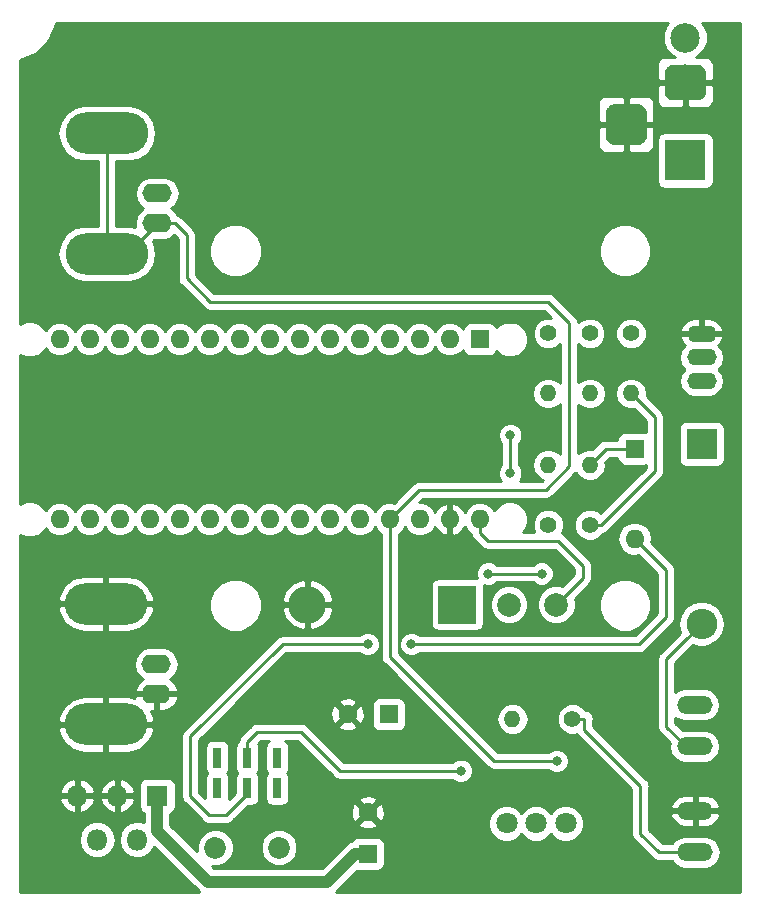
<source format=gbr>
G04 #@! TF.GenerationSoftware,KiCad,Pcbnew,(5.0.0)*
G04 #@! TF.CreationDate,2018-10-11T22:14:57+02:00*
G04 #@! TF.ProjectId,OpenSpritzer_1.2,4F70656E53707269747A65725F312E32,rev?*
G04 #@! TF.SameCoordinates,Original*
G04 #@! TF.FileFunction,Copper,L2,Bot,Signal*
G04 #@! TF.FilePolarity,Positive*
%FSLAX46Y46*%
G04 Gerber Fmt 4.6, Leading zero omitted, Abs format (unit mm)*
G04 Created by KiCad (PCBNEW (5.0.0)) date 10/11/18 22:14:57*
%MOMM*%
%LPD*%
G01*
G04 APERTURE LIST*
G04 #@! TA.AperFunction,Conductor*
%ADD10C,0.100000*%
G04 #@! TD*
G04 #@! TA.AperFunction,ComponentPad*
%ADD11C,3.500000*%
G04 #@! TD*
G04 #@! TA.AperFunction,ComponentPad*
%ADD12C,3.000000*%
G04 #@! TD*
G04 #@! TA.AperFunction,ComponentPad*
%ADD13R,3.500000X3.500000*%
G04 #@! TD*
G04 #@! TA.AperFunction,ComponentPad*
%ADD14C,2.500000*%
G04 #@! TD*
G04 #@! TA.AperFunction,ComponentPad*
%ADD15C,1.800000*%
G04 #@! TD*
G04 #@! TA.AperFunction,ComponentPad*
%ADD16O,2.500000X1.400000*%
G04 #@! TD*
G04 #@! TA.AperFunction,ComponentPad*
%ADD17R,3.200000X3.200000*%
G04 #@! TD*
G04 #@! TA.AperFunction,ComponentPad*
%ADD18O,3.200000X3.200000*%
G04 #@! TD*
G04 #@! TA.AperFunction,ComponentPad*
%ADD19R,0.750000X1.750000*%
G04 #@! TD*
G04 #@! TA.AperFunction,ComponentPad*
%ADD20C,1.850000*%
G04 #@! TD*
G04 #@! TA.AperFunction,ComponentPad*
%ADD21R,1.600000X1.600000*%
G04 #@! TD*
G04 #@! TA.AperFunction,ComponentPad*
%ADD22C,1.600000*%
G04 #@! TD*
G04 #@! TA.AperFunction,ComponentPad*
%ADD23O,1.400000X1.400000*%
G04 #@! TD*
G04 #@! TA.AperFunction,ComponentPad*
%ADD24C,1.400000*%
G04 #@! TD*
G04 #@! TA.AperFunction,ComponentPad*
%ADD25O,3.010000X1.510000*%
G04 #@! TD*
G04 #@! TA.AperFunction,ComponentPad*
%ADD26O,7.000240X3.500120*%
G04 #@! TD*
G04 #@! TA.AperFunction,ComponentPad*
%ADD27O,2.499360X1.600200*%
G04 #@! TD*
G04 #@! TA.AperFunction,ComponentPad*
%ADD28O,1.600000X1.600000*%
G04 #@! TD*
G04 #@! TA.AperFunction,ComponentPad*
%ADD29R,2.600000X2.600000*%
G04 #@! TD*
G04 #@! TA.AperFunction,ComponentPad*
%ADD30O,2.600000X2.600000*%
G04 #@! TD*
G04 #@! TA.AperFunction,ComponentPad*
%ADD31C,2.000000*%
G04 #@! TD*
G04 #@! TA.AperFunction,ComponentPad*
%ADD32R,1.800000X1.800000*%
G04 #@! TD*
G04 #@! TA.AperFunction,ComponentPad*
%ADD33O,1.800000X1.800000*%
G04 #@! TD*
G04 #@! TA.AperFunction,ViaPad*
%ADD34C,0.800000*%
G04 #@! TD*
G04 #@! TA.AperFunction,Conductor*
%ADD35C,0.250000*%
G04 #@! TD*
G04 #@! TA.AperFunction,Conductor*
%ADD36C,1.000000*%
G04 #@! TD*
G04 #@! TA.AperFunction,Conductor*
%ADD37C,0.254000*%
G04 #@! TD*
G04 APERTURE END LIST*
D10*
G04 #@! TO.N,GNDREF*
G04 #@! TO.C,*
G36*
X153060765Y-82554213D02*
X153145704Y-82566813D01*
X153228999Y-82587677D01*
X153309848Y-82616605D01*
X153387472Y-82653319D01*
X153461124Y-82697464D01*
X153530094Y-82748616D01*
X153593718Y-82806282D01*
X153651384Y-82869906D01*
X153702536Y-82938876D01*
X153746681Y-83012528D01*
X153783395Y-83090152D01*
X153812323Y-83171001D01*
X153833187Y-83254296D01*
X153845787Y-83339235D01*
X153850000Y-83425000D01*
X153850000Y-85175000D01*
X153845787Y-85260765D01*
X153833187Y-85345704D01*
X153812323Y-85428999D01*
X153783395Y-85509848D01*
X153746681Y-85587472D01*
X153702536Y-85661124D01*
X153651384Y-85730094D01*
X153593718Y-85793718D01*
X153530094Y-85851384D01*
X153461124Y-85902536D01*
X153387472Y-85946681D01*
X153309848Y-85983395D01*
X153228999Y-86012323D01*
X153145704Y-86033187D01*
X153060765Y-86045787D01*
X152975000Y-86050000D01*
X151225000Y-86050000D01*
X151139235Y-86045787D01*
X151054296Y-86033187D01*
X150971001Y-86012323D01*
X150890152Y-85983395D01*
X150812528Y-85946681D01*
X150738876Y-85902536D01*
X150669906Y-85851384D01*
X150606282Y-85793718D01*
X150548616Y-85730094D01*
X150497464Y-85661124D01*
X150453319Y-85587472D01*
X150416605Y-85509848D01*
X150387677Y-85428999D01*
X150366813Y-85345704D01*
X150354213Y-85260765D01*
X150350000Y-85175000D01*
X150350000Y-83425000D01*
X150354213Y-83339235D01*
X150366813Y-83254296D01*
X150387677Y-83171001D01*
X150416605Y-83090152D01*
X150453319Y-83012528D01*
X150497464Y-82938876D01*
X150548616Y-82869906D01*
X150606282Y-82806282D01*
X150669906Y-82748616D01*
X150738876Y-82697464D01*
X150812528Y-82653319D01*
X150890152Y-82616605D01*
X150971001Y-82587677D01*
X151054296Y-82566813D01*
X151139235Y-82554213D01*
X151225000Y-82550000D01*
X152975000Y-82550000D01*
X153060765Y-82554213D01*
X153060765Y-82554213D01*
G37*
D11*
G04 #@! TD*
G04 #@! TO.P,,3*
G04 #@! TO.N,GNDREF*
X152100000Y-84300000D03*
D10*
G04 #@! TO.N,GNDREF*
G04 #@! TO.C,*
G36*
X158173513Y-79253611D02*
X158246318Y-79264411D01*
X158317714Y-79282295D01*
X158387013Y-79307090D01*
X158453548Y-79338559D01*
X158516678Y-79376398D01*
X158575795Y-79420242D01*
X158630330Y-79469670D01*
X158679758Y-79524205D01*
X158723602Y-79583322D01*
X158761441Y-79646452D01*
X158792910Y-79712987D01*
X158817705Y-79782286D01*
X158835589Y-79853682D01*
X158846389Y-79926487D01*
X158850000Y-80000000D01*
X158850000Y-81500000D01*
X158846389Y-81573513D01*
X158835589Y-81646318D01*
X158817705Y-81717714D01*
X158792910Y-81787013D01*
X158761441Y-81853548D01*
X158723602Y-81916678D01*
X158679758Y-81975795D01*
X158630330Y-82030330D01*
X158575795Y-82079758D01*
X158516678Y-82123602D01*
X158453548Y-82161441D01*
X158387013Y-82192910D01*
X158317714Y-82217705D01*
X158246318Y-82235589D01*
X158173513Y-82246389D01*
X158100000Y-82250000D01*
X156100000Y-82250000D01*
X156026487Y-82246389D01*
X155953682Y-82235589D01*
X155882286Y-82217705D01*
X155812987Y-82192910D01*
X155746452Y-82161441D01*
X155683322Y-82123602D01*
X155624205Y-82079758D01*
X155569670Y-82030330D01*
X155520242Y-81975795D01*
X155476398Y-81916678D01*
X155438559Y-81853548D01*
X155407090Y-81787013D01*
X155382295Y-81717714D01*
X155364411Y-81646318D01*
X155353611Y-81573513D01*
X155350000Y-81500000D01*
X155350000Y-80000000D01*
X155353611Y-79926487D01*
X155364411Y-79853682D01*
X155382295Y-79782286D01*
X155407090Y-79712987D01*
X155438559Y-79646452D01*
X155476398Y-79583322D01*
X155520242Y-79524205D01*
X155569670Y-79469670D01*
X155624205Y-79420242D01*
X155683322Y-79376398D01*
X155746452Y-79338559D01*
X155812987Y-79307090D01*
X155882286Y-79282295D01*
X155953682Y-79264411D01*
X156026487Y-79253611D01*
X156100000Y-79250000D01*
X158100000Y-79250000D01*
X158173513Y-79253611D01*
X158173513Y-79253611D01*
G37*
D12*
G04 #@! TD*
G04 #@! TO.P,,2*
G04 #@! TO.N,GNDREF*
X157100000Y-80750000D03*
D13*
G04 #@! TO.P,,1*
G04 #@! TO.N,Net-(C1-Pad1)*
X157100000Y-87350000D03*
D14*
G04 #@! TO.P,,4*
G04 #@! TO.N,N/C*
X157100000Y-76950000D03*
G04 #@! TD*
D15*
G04 #@! TO.P,,3*
G04 #@! TO.N,Net-(A1-Pad27)*
X146960000Y-143480000D03*
G04 #@! TO.P,,2*
G04 #@! TO.N,Net-(R1-Pad1)*
X144460000Y-143480000D03*
G04 #@! TO.P,,1*
G04 #@! TO.N,Net-(Q1-Pad1)*
X141960000Y-143480000D03*
G04 #@! TD*
D16*
G04 #@! TO.P,,2*
G04 #@! TO.N,Net-(Q1-Pad2)*
X158475000Y-104025000D03*
G04 #@! TO.P,,1*
G04 #@! TO.N,GNDREF*
X158475000Y-102025000D03*
G04 #@! TO.P,,3*
G04 #@! TO.N,Net-(D3-Pad2)*
X158475000Y-106025000D03*
G04 #@! TD*
D17*
G04 #@! TO.P,,1*
G04 #@! TO.N,Net-(D4-Pad1)*
X137800000Y-124950000D03*
D18*
G04 #@! TO.P,,2*
G04 #@! TO.N,GNDREF*
X125100000Y-124950000D03*
G04 #@! TD*
D19*
G04 #@! TO.P,,1*
G04 #@! TO.N,Net-(J4-Pad1)*
X117460000Y-137930000D03*
G04 #@! TO.P,,2*
G04 #@! TO.N,Net-(R2-Pad2)*
X120000000Y-137930000D03*
G04 #@! TO.P,,3*
G04 #@! TO.N,Net-(A1-Pad13)*
X122540000Y-137930000D03*
G04 #@! TO.P,,4*
G04 #@! TO.N,Net-(J4-Pad1)*
X117460000Y-140470000D03*
G04 #@! TO.P,,5*
G04 #@! TO.N,Net-(D2-Pad2)*
X120000000Y-140470000D03*
G04 #@! TO.P,,6*
G04 #@! TO.N,Net-(A1-Pad8)*
X122540000Y-140470000D03*
D20*
G04 #@! TO.P,,7*
G04 #@! TO.N,N/C*
X117300000Y-145550000D03*
G04 #@! TO.P,,8*
X122700000Y-145550000D03*
G04 #@! TD*
D21*
G04 #@! TO.P,,1*
G04 #@! TO.N,Net-(C1-Pad1)*
X130200000Y-146050000D03*
D22*
G04 #@! TO.P,,2*
G04 #@! TO.N,GNDREF*
X130200000Y-142550000D03*
G04 #@! TD*
D23*
G04 #@! TO.P,,2*
G04 #@! TO.N,Net-(A1-Pad5)*
X145500000Y-107080000D03*
D24*
G04 #@! TO.P,,1*
G04 #@! TO.N,Net-(J1-Pad1)*
X145500000Y-102000000D03*
G04 #@! TD*
D23*
G04 #@! TO.P,,2*
G04 #@! TO.N,Net-(Q1-Pad1)*
X149000000Y-107080000D03*
D24*
G04 #@! TO.P,,1*
G04 #@! TO.N,Net-(J1-Pad1)*
X149000000Y-102000000D03*
G04 #@! TD*
D23*
G04 #@! TO.P,,2*
G04 #@! TO.N,Net-(Q1-Pad2)*
X152500000Y-107080000D03*
D24*
G04 #@! TO.P,,1*
G04 #@! TO.N,Net-(Q1-Pad1)*
X152500000Y-102000000D03*
G04 #@! TD*
D23*
G04 #@! TO.P,,2*
G04 #@! TO.N,Net-(D2-Pad1)*
X149000000Y-113120000D03*
D24*
G04 #@! TO.P,,1*
G04 #@! TO.N,Net-(Q1-Pad2)*
X149000000Y-118200000D03*
G04 #@! TD*
D23*
G04 #@! TO.P,,2*
G04 #@! TO.N,Net-(A1-Pad19)*
X145500000Y-113120000D03*
D24*
G04 #@! TO.P,,1*
G04 #@! TO.N,Net-(R1-Pad1)*
X145500000Y-118200000D03*
G04 #@! TD*
D22*
G04 #@! TO.P,,2*
G04 #@! TO.N,GNDREF*
X128500000Y-134250000D03*
D21*
G04 #@! TO.P,,1*
G04 #@! TO.N,Net-(A1-Pad30)*
X132000000Y-134250000D03*
G04 #@! TD*
D23*
G04 #@! TO.P,,2*
G04 #@! TO.N,Net-(R2-Pad2)*
X142465479Y-134634520D03*
D24*
G04 #@! TO.P,,1*
G04 #@! TO.N,Net-(D1-Pad2)*
X147545479Y-134634520D03*
G04 #@! TD*
D25*
G04 #@! TO.P,,1*
G04 #@! TO.N,GNDREF*
X157925000Y-142425000D03*
G04 #@! TO.P,,2*
G04 #@! TO.N,Net-(D1-Pad2)*
X157925000Y-145925000D03*
G04 #@! TD*
G04 #@! TO.P,,2*
G04 #@! TO.N,Net-(D3-Pad2)*
X157900000Y-136950000D03*
G04 #@! TO.P,,1*
G04 #@! TO.N,Net-(C1-Pad1)*
X157900000Y-133450000D03*
G04 #@! TD*
D26*
G04 #@! TO.P,,2*
G04 #@! TO.N,Net-(A1-Pad27)*
X108111600Y-95247780D03*
X108111600Y-85049680D03*
D27*
G04 #@! TO.P,,1*
G04 #@! TO.N,Net-(J1-Pad1)*
X112376260Y-90150000D03*
G04 #@! TO.P,,2*
G04 #@! TO.N,Net-(A1-Pad27)*
X112376260Y-92649360D03*
G04 #@! TD*
D21*
G04 #@! TO.P,,1*
G04 #@! TO.N,Net-(A1-Pad1)*
X139700000Y-102500000D03*
D28*
G04 #@! TO.P,,17*
G04 #@! TO.N,Net-(A1-Pad17)*
X106680000Y-117740000D03*
G04 #@! TO.P,,2*
G04 #@! TO.N,Net-(A1-Pad2)*
X137160000Y-102500000D03*
G04 #@! TO.P,,18*
G04 #@! TO.N,Net-(A1-Pad18)*
X109220000Y-117740000D03*
G04 #@! TO.P,,3*
G04 #@! TO.N,Net-(A1-Pad3)*
X134620000Y-102500000D03*
G04 #@! TO.P,,19*
G04 #@! TO.N,Net-(A1-Pad19)*
X111760000Y-117740000D03*
G04 #@! TO.P,,4*
G04 #@! TO.N,Net-(A1-Pad4)*
X132080000Y-102500000D03*
G04 #@! TO.P,,20*
G04 #@! TO.N,Net-(A1-Pad20)*
X114300000Y-117740000D03*
G04 #@! TO.P,,5*
G04 #@! TO.N,Net-(A1-Pad5)*
X129540000Y-102500000D03*
G04 #@! TO.P,,21*
G04 #@! TO.N,Net-(A1-Pad21)*
X116840000Y-117740000D03*
G04 #@! TO.P,,6*
G04 #@! TO.N,Net-(A1-Pad6)*
X127000000Y-102500000D03*
G04 #@! TO.P,,22*
G04 #@! TO.N,Net-(A1-Pad22)*
X119380000Y-117740000D03*
G04 #@! TO.P,,7*
G04 #@! TO.N,Net-(A1-Pad7)*
X124460000Y-102500000D03*
G04 #@! TO.P,,23*
G04 #@! TO.N,Net-(A1-Pad23)*
X121920000Y-117740000D03*
G04 #@! TO.P,,8*
G04 #@! TO.N,Net-(A1-Pad8)*
X121920000Y-102500000D03*
G04 #@! TO.P,,24*
G04 #@! TO.N,Net-(A1-Pad24)*
X124460000Y-117740000D03*
G04 #@! TO.P,,9*
G04 #@! TO.N,Net-(A1-Pad9)*
X119380000Y-102500000D03*
G04 #@! TO.P,,25*
G04 #@! TO.N,Net-(A1-Pad25)*
X127000000Y-117740000D03*
G04 #@! TO.P,,10*
G04 #@! TO.N,Net-(A1-Pad10)*
X116840000Y-102500000D03*
G04 #@! TO.P,,26*
G04 #@! TO.N,Net-(A1-Pad26)*
X129540000Y-117740000D03*
G04 #@! TO.P,,11*
G04 #@! TO.N,Net-(A1-Pad11)*
X114300000Y-102500000D03*
G04 #@! TO.P,,27*
G04 #@! TO.N,Net-(A1-Pad27)*
X132080000Y-117740000D03*
G04 #@! TO.P,,12*
G04 #@! TO.N,Net-(A1-Pad12)*
X111760000Y-102500000D03*
G04 #@! TO.P,,28*
G04 #@! TO.N,Net-(A1-Pad28)*
X134620000Y-117740000D03*
G04 #@! TO.P,,13*
G04 #@! TO.N,Net-(A1-Pad13)*
X109220000Y-102500000D03*
G04 #@! TO.P,,29*
G04 #@! TO.N,GNDREF*
X137160000Y-117740000D03*
G04 #@! TO.P,,14*
G04 #@! TO.N,Net-(A1-Pad14)*
X106680000Y-102500000D03*
G04 #@! TO.P,,30*
G04 #@! TO.N,Net-(A1-Pad30)*
X139700000Y-117740000D03*
G04 #@! TO.P,,15*
G04 #@! TO.N,Net-(A1-Pad15)*
X104140000Y-102500000D03*
G04 #@! TO.P,,16*
G04 #@! TO.N,Net-(A1-Pad16)*
X104140000Y-117740000D03*
G04 #@! TD*
D21*
G04 #@! TO.P,,1*
G04 #@! TO.N,Net-(D2-Pad1)*
X152800000Y-111750000D03*
D28*
G04 #@! TO.P,,2*
G04 #@! TO.N,Net-(D2-Pad2)*
X152800000Y-119370000D03*
G04 #@! TD*
D29*
G04 #@! TO.P,,1*
G04 #@! TO.N,Net-(C1-Pad1)*
X158475000Y-111350000D03*
D30*
G04 #@! TO.P,,2*
G04 #@! TO.N,Net-(D3-Pad2)*
X158475000Y-126590000D03*
G04 #@! TD*
D31*
G04 #@! TO.P,,1*
G04 #@! TO.N,Net-(A1-Pad30)*
X146175000Y-124950000D03*
G04 #@! TO.P,,2*
G04 #@! TO.N,Net-(D4-Pad1)*
X142175000Y-124950000D03*
G04 #@! TD*
D32*
G04 #@! TO.P,,1*
G04 #@! TO.N,Net-(C1-Pad1)*
X112400000Y-141150000D03*
D33*
G04 #@! TO.P,,2*
G04 #@! TO.N,Net-(D4-Pad1)*
X110700000Y-144850000D03*
G04 #@! TO.P,,3*
G04 #@! TO.N,GNDREF*
X109000000Y-141150000D03*
G04 #@! TO.P,,4*
G04 #@! TO.N,Net-(A1-Pad30)*
X107300000Y-144850000D03*
G04 #@! TO.P,,5*
G04 #@! TO.N,GNDREF*
X105600000Y-141150000D03*
G04 #@! TD*
D27*
G04 #@! TO.P,,2*
G04 #@! TO.N,GNDREF*
X112301260Y-132499360D03*
G04 #@! TO.P,,1*
G04 #@! TO.N,Net-(J4-Pad1)*
X112301260Y-130000000D03*
D26*
G04 #@! TO.P,,2*
G04 #@! TO.N,GNDREF*
X108036600Y-124899680D03*
X108036600Y-135097780D03*
G04 #@! TD*
D34*
G04 #@! TO.N,Net-(A1-Pad13)*
X142275000Y-113850000D03*
X142275000Y-110600000D03*
G04 #@! TO.N,Net-(A1-Pad27)*
X146200000Y-138200000D03*
G04 #@! TO.N,Net-(A1-Pad8)*
X140400000Y-122325000D03*
X144925000Y-122325000D03*
G04 #@! TO.N,Net-(D2-Pad2)*
X133900000Y-128300000D03*
X130200000Y-128300000D03*
G04 #@! TO.N,Net-(R2-Pad2)*
X138075000Y-139025000D03*
G04 #@! TD*
D35*
G04 #@! TO.N,Net-(A1-Pad30)*
X146175000Y-124215000D02*
X146175000Y-124950000D01*
X139700000Y-118871370D02*
X140403630Y-119575000D01*
X139700000Y-117740000D02*
X139700000Y-118871370D01*
X140403630Y-119575000D02*
X146350000Y-119575000D01*
X146350000Y-119575000D02*
X148425000Y-121650000D01*
X148425000Y-122700000D02*
X146175000Y-124950000D01*
X148425000Y-121650000D02*
X148425000Y-122700000D01*
G04 #@! TO.N,GNDREF*
X109187166Y-101007998D02*
X143974998Y-101007998D01*
G04 #@! TO.N,Net-(A1-Pad13)*
X142275000Y-110600000D02*
X142275000Y-113850000D01*
G04 #@! TO.N,Net-(A1-Pad27)*
X108111600Y-87049740D02*
X108111600Y-95247780D01*
X108111600Y-85049680D02*
X108111600Y-87049740D01*
X112376260Y-92733180D02*
X112376260Y-92649360D01*
X109861660Y-95247780D02*
X112376260Y-92733180D01*
X108111600Y-95247780D02*
X109861660Y-95247780D01*
X113875940Y-92649360D02*
X114900000Y-93673420D01*
X112376260Y-92649360D02*
X113875940Y-92649360D01*
X114900000Y-93673420D02*
X114900000Y-97325000D01*
X114900000Y-97325000D02*
X116875000Y-99300000D01*
X116875000Y-99300000D02*
X145475000Y-99300000D01*
X145475000Y-99300000D02*
X147275000Y-101100000D01*
X132080000Y-117740000D02*
X132080000Y-129380000D01*
X147275000Y-113250000D02*
X147275000Y-107325000D01*
X145275000Y-115250000D02*
X147275000Y-113250000D01*
X134570000Y-115250000D02*
X145275000Y-115250000D01*
X132080000Y-117740000D02*
X134570000Y-115250000D01*
X147275000Y-101100000D02*
X147275000Y-107325000D01*
X147275000Y-107325000D02*
X147275000Y-107475000D01*
X132080000Y-129380000D02*
X132105000Y-129380000D01*
X140925000Y-138200000D02*
X146200000Y-138200000D01*
X132105000Y-129380000D02*
X140925000Y-138200000D01*
G04 #@! TO.N,Net-(A1-Pad8)*
X140400000Y-122325000D02*
X140965685Y-122325000D01*
X140965685Y-122325000D02*
X144950000Y-122325000D01*
G04 #@! TO.N,Net-(D1-Pad2)*
X147545479Y-134634520D02*
X148559520Y-134634520D01*
X148559520Y-135554520D02*
X153300000Y-140295000D01*
X148559520Y-134634520D02*
X148559520Y-135554520D01*
X153300000Y-140295000D02*
X153300000Y-144350000D01*
X154875000Y-145925000D02*
X157925000Y-145925000D01*
X153300000Y-144350000D02*
X154875000Y-145925000D01*
G04 #@! TO.N,Net-(D2-Pad2)*
X152800000Y-119370000D02*
X155450000Y-122020000D01*
X155450000Y-122020000D02*
X155450000Y-126025000D01*
X155450000Y-126025000D02*
X153175000Y-128300000D01*
X153175000Y-128300000D02*
X133900000Y-128300000D01*
X133900000Y-128300000D02*
X133900000Y-128300000D01*
X120000000Y-140970000D02*
X120000000Y-140470000D01*
X123000000Y-128300000D02*
X115200000Y-136100000D01*
X130200000Y-128300000D02*
X123000000Y-128300000D01*
X115200000Y-136100000D02*
X115200000Y-141200000D01*
X115200000Y-141200000D02*
X116750000Y-142750000D01*
X116750000Y-142750000D02*
X118220000Y-142750000D01*
X118220000Y-142750000D02*
X120000000Y-140970000D01*
G04 #@! TO.N,Net-(D2-Pad1)*
X150370000Y-111750000D02*
X152800000Y-111750000D01*
X149000000Y-113120000D02*
X150370000Y-111750000D01*
G04 #@! TO.N,Net-(D3-Pad2)*
X157175001Y-127889999D02*
X158475000Y-126590000D01*
X155494990Y-129570010D02*
X157175001Y-127889999D01*
X155494990Y-135294990D02*
X155494990Y-129570010D01*
X157150000Y-136950000D02*
X155494990Y-135294990D01*
X157900000Y-136950000D02*
X157150000Y-136950000D01*
G04 #@! TO.N,Net-(Q1-Pad2)*
X149989949Y-118200000D02*
X154525000Y-113664949D01*
X149000000Y-118200000D02*
X149989949Y-118200000D01*
X154525000Y-109105000D02*
X152500000Y-107080000D01*
X154525000Y-113664949D02*
X154525000Y-109105000D01*
G04 #@! TO.N,Net-(R2-Pad2)*
X137025000Y-139025000D02*
X138075000Y-139025000D01*
X127850000Y-139025000D02*
X137025000Y-139025000D01*
X124550000Y-135725000D02*
X127850000Y-139025000D01*
X120875000Y-135725000D02*
X124550000Y-135725000D01*
X120000000Y-137930000D02*
X120000000Y-136600000D01*
X120000000Y-136600000D02*
X120875000Y-135725000D01*
D36*
G04 #@! TO.N,Net-(C1-Pad1)*
X112375000Y-144100000D02*
X112375000Y-141125000D01*
X116700000Y-148425000D02*
X112400000Y-144125000D01*
X126775000Y-148425000D02*
X116700000Y-148425000D01*
X130200000Y-146050000D02*
X129150000Y-146050000D01*
X129150000Y-146050000D02*
X126775000Y-148425000D01*
G04 #@! TD*
D37*
G04 #@! TO.N,GNDREF*
G36*
X155501974Y-75882233D02*
X155215000Y-76575050D01*
X155215000Y-77324950D01*
X155501974Y-78017767D01*
X156032233Y-78548026D01*
X156193923Y-78615000D01*
X155223690Y-78615000D01*
X154990301Y-78711673D01*
X154811673Y-78890302D01*
X154715000Y-79123691D01*
X154715000Y-80464250D01*
X154873750Y-80623000D01*
X156973000Y-80623000D01*
X156973000Y-80603000D01*
X157227000Y-80603000D01*
X157227000Y-80623000D01*
X159326250Y-80623000D01*
X159485000Y-80464250D01*
X159485000Y-79123691D01*
X159388327Y-78890302D01*
X159209699Y-78711673D01*
X158976310Y-78615000D01*
X158006077Y-78615000D01*
X158167767Y-78548026D01*
X158698026Y-78017767D01*
X158985000Y-77324950D01*
X158985000Y-76575050D01*
X158698026Y-75882233D01*
X158550793Y-75735000D01*
X161765000Y-75735000D01*
X161765001Y-149265000D01*
X127560796Y-149265000D01*
X127593289Y-149243289D01*
X127656613Y-149148518D01*
X129323007Y-147482125D01*
X129400000Y-147497440D01*
X131000000Y-147497440D01*
X131247765Y-147448157D01*
X131457809Y-147307809D01*
X131598157Y-147097765D01*
X131647440Y-146850000D01*
X131647440Y-145250000D01*
X131598157Y-145002235D01*
X131457809Y-144792191D01*
X131247765Y-144651843D01*
X131000000Y-144602560D01*
X129400000Y-144602560D01*
X129152235Y-144651843D01*
X128942191Y-144792191D01*
X128832835Y-144955853D01*
X128707145Y-144980854D01*
X128331711Y-145231711D01*
X128268389Y-145326479D01*
X126304869Y-147290000D01*
X117170132Y-147290000D01*
X116990132Y-147110000D01*
X117610303Y-147110000D01*
X118183669Y-146872504D01*
X118622504Y-146433669D01*
X118860000Y-145860303D01*
X118860000Y-145239697D01*
X121140000Y-145239697D01*
X121140000Y-145860303D01*
X121377496Y-146433669D01*
X121816331Y-146872504D01*
X122389697Y-147110000D01*
X123010303Y-147110000D01*
X123583669Y-146872504D01*
X124022504Y-146433669D01*
X124260000Y-145860303D01*
X124260000Y-145239697D01*
X124022504Y-144666331D01*
X123583669Y-144227496D01*
X123010303Y-143990000D01*
X122389697Y-143990000D01*
X121816331Y-144227496D01*
X121377496Y-144666331D01*
X121140000Y-145239697D01*
X118860000Y-145239697D01*
X118622504Y-144666331D01*
X118183669Y-144227496D01*
X117610303Y-143990000D01*
X116989697Y-143990000D01*
X116416331Y-144227496D01*
X115977496Y-144666331D01*
X115740000Y-145239697D01*
X115740000Y-145859868D01*
X113510000Y-143629869D01*
X113510000Y-143557745D01*
X129371861Y-143557745D01*
X129445995Y-143803864D01*
X129983223Y-143996965D01*
X130553454Y-143969778D01*
X130954005Y-143803864D01*
X131028139Y-143557745D01*
X130200000Y-142729605D01*
X129371861Y-143557745D01*
X113510000Y-143557745D01*
X113510000Y-142655669D01*
X113547765Y-142648157D01*
X113757809Y-142507809D01*
X113898157Y-142297765D01*
X113947440Y-142050000D01*
X113947440Y-140250000D01*
X113898157Y-140002235D01*
X113757809Y-139792191D01*
X113547765Y-139651843D01*
X113300000Y-139602560D01*
X111500000Y-139602560D01*
X111252235Y-139651843D01*
X111042191Y-139792191D01*
X110901843Y-140002235D01*
X110852560Y-140250000D01*
X110852560Y-142050000D01*
X110901843Y-142297765D01*
X111042191Y-142507809D01*
X111240000Y-142639982D01*
X111240000Y-143392341D01*
X110851182Y-143315000D01*
X110548818Y-143315000D01*
X110101073Y-143404062D01*
X109593327Y-143743327D01*
X109254062Y-144251073D01*
X109134928Y-144850000D01*
X109254062Y-145448927D01*
X109593327Y-145956673D01*
X110101073Y-146295938D01*
X110548818Y-146385000D01*
X110851182Y-146385000D01*
X111298927Y-146295938D01*
X111806673Y-145956673D01*
X112135066Y-145465198D01*
X115818389Y-149148521D01*
X115881711Y-149243289D01*
X115914204Y-149265000D01*
X100735000Y-149265000D01*
X100735000Y-144850000D01*
X105734928Y-144850000D01*
X105854062Y-145448927D01*
X106193327Y-145956673D01*
X106701073Y-146295938D01*
X107148818Y-146385000D01*
X107451182Y-146385000D01*
X107898927Y-146295938D01*
X108406673Y-145956673D01*
X108745938Y-145448927D01*
X108865072Y-144850000D01*
X108745938Y-144251073D01*
X108406673Y-143743327D01*
X107898927Y-143404062D01*
X107451182Y-143315000D01*
X107148818Y-143315000D01*
X106701073Y-143404062D01*
X106193327Y-143743327D01*
X105854062Y-144251073D01*
X105734928Y-144850000D01*
X100735000Y-144850000D01*
X100735000Y-141514740D01*
X104108964Y-141514740D01*
X104287760Y-141946417D01*
X104692424Y-142387966D01*
X105235258Y-142641046D01*
X105473000Y-142520997D01*
X105473000Y-141277000D01*
X105727000Y-141277000D01*
X105727000Y-142520997D01*
X105964742Y-142641046D01*
X106507576Y-142387966D01*
X106912240Y-141946417D01*
X107091036Y-141514740D01*
X107508964Y-141514740D01*
X107687760Y-141946417D01*
X108092424Y-142387966D01*
X108635258Y-142641046D01*
X108873000Y-142520997D01*
X108873000Y-141277000D01*
X109127000Y-141277000D01*
X109127000Y-142520997D01*
X109364742Y-142641046D01*
X109907576Y-142387966D01*
X110312240Y-141946417D01*
X110491036Y-141514740D01*
X110370378Y-141277000D01*
X109127000Y-141277000D01*
X108873000Y-141277000D01*
X107629622Y-141277000D01*
X107508964Y-141514740D01*
X107091036Y-141514740D01*
X106970378Y-141277000D01*
X105727000Y-141277000D01*
X105473000Y-141277000D01*
X104229622Y-141277000D01*
X104108964Y-141514740D01*
X100735000Y-141514740D01*
X100735000Y-140785260D01*
X104108964Y-140785260D01*
X104229622Y-141023000D01*
X105473000Y-141023000D01*
X105473000Y-139779003D01*
X105727000Y-139779003D01*
X105727000Y-141023000D01*
X106970378Y-141023000D01*
X107091036Y-140785260D01*
X107508964Y-140785260D01*
X107629622Y-141023000D01*
X108873000Y-141023000D01*
X108873000Y-139779003D01*
X109127000Y-139779003D01*
X109127000Y-141023000D01*
X110370378Y-141023000D01*
X110491036Y-140785260D01*
X110312240Y-140353583D01*
X109907576Y-139912034D01*
X109364742Y-139658954D01*
X109127000Y-139779003D01*
X108873000Y-139779003D01*
X108635258Y-139658954D01*
X108092424Y-139912034D01*
X107687760Y-140353583D01*
X107508964Y-140785260D01*
X107091036Y-140785260D01*
X106912240Y-140353583D01*
X106507576Y-139912034D01*
X105964742Y-139658954D01*
X105727000Y-139779003D01*
X105473000Y-139779003D01*
X105235258Y-139658954D01*
X104692424Y-139912034D01*
X104287760Y-140353583D01*
X104108964Y-140785260D01*
X100735000Y-140785260D01*
X100735000Y-135595793D01*
X103954054Y-135595793D01*
X104034431Y-135893170D01*
X104510245Y-136694469D01*
X105256484Y-137252687D01*
X106159540Y-137482840D01*
X107909600Y-137482840D01*
X107909600Y-135224780D01*
X108163600Y-135224780D01*
X108163600Y-137482840D01*
X109913660Y-137482840D01*
X110816716Y-137252687D01*
X111562955Y-136694469D01*
X111915952Y-136100000D01*
X114425112Y-136100000D01*
X114440000Y-136174847D01*
X114440001Y-141125148D01*
X114425112Y-141200000D01*
X114484097Y-141496537D01*
X114548395Y-141592765D01*
X114652072Y-141747929D01*
X114715528Y-141790329D01*
X116159671Y-143234473D01*
X116202071Y-143297929D01*
X116453463Y-143465904D01*
X116675148Y-143510000D01*
X116675152Y-143510000D01*
X116749999Y-143524888D01*
X116824846Y-143510000D01*
X118145153Y-143510000D01*
X118220000Y-143524888D01*
X118294847Y-143510000D01*
X118294852Y-143510000D01*
X118516537Y-143465904D01*
X118767929Y-143297929D01*
X118810331Y-143234470D01*
X119711578Y-142333223D01*
X128753035Y-142333223D01*
X128780222Y-142903454D01*
X128946136Y-143304005D01*
X129192255Y-143378139D01*
X130020395Y-142550000D01*
X130379605Y-142550000D01*
X131207745Y-143378139D01*
X131453864Y-143304005D01*
X131500352Y-143174670D01*
X140425000Y-143174670D01*
X140425000Y-143785330D01*
X140658690Y-144349507D01*
X141090493Y-144781310D01*
X141654670Y-145015000D01*
X142265330Y-145015000D01*
X142829507Y-144781310D01*
X143210000Y-144400817D01*
X143590493Y-144781310D01*
X144154670Y-145015000D01*
X144765330Y-145015000D01*
X145329507Y-144781310D01*
X145710000Y-144400817D01*
X146090493Y-144781310D01*
X146654670Y-145015000D01*
X147265330Y-145015000D01*
X147829507Y-144781310D01*
X148261310Y-144349507D01*
X148495000Y-143785330D01*
X148495000Y-143174670D01*
X148261310Y-142610493D01*
X147829507Y-142178690D01*
X147265330Y-141945000D01*
X146654670Y-141945000D01*
X146090493Y-142178690D01*
X145710000Y-142559183D01*
X145329507Y-142178690D01*
X144765330Y-141945000D01*
X144154670Y-141945000D01*
X143590493Y-142178690D01*
X143210000Y-142559183D01*
X142829507Y-142178690D01*
X142265330Y-141945000D01*
X141654670Y-141945000D01*
X141090493Y-142178690D01*
X140658690Y-142610493D01*
X140425000Y-143174670D01*
X131500352Y-143174670D01*
X131646965Y-142766777D01*
X131619778Y-142196546D01*
X131453864Y-141795995D01*
X131207745Y-141721861D01*
X130379605Y-142550000D01*
X130020395Y-142550000D01*
X129192255Y-141721861D01*
X128946136Y-141795995D01*
X128753035Y-142333223D01*
X119711578Y-142333223D01*
X120052362Y-141992440D01*
X120375000Y-141992440D01*
X120622765Y-141943157D01*
X120832809Y-141802809D01*
X120973157Y-141592765D01*
X121022440Y-141345000D01*
X121022440Y-139595000D01*
X120973157Y-139347235D01*
X120874777Y-139200000D01*
X120973157Y-139052765D01*
X121022440Y-138805000D01*
X121022440Y-137055000D01*
X120973157Y-136807235D01*
X120930863Y-136743938D01*
X121189802Y-136485000D01*
X121875095Y-136485000D01*
X121707191Y-136597191D01*
X121566843Y-136807235D01*
X121517560Y-137055000D01*
X121517560Y-138805000D01*
X121566843Y-139052765D01*
X121665223Y-139200000D01*
X121566843Y-139347235D01*
X121517560Y-139595000D01*
X121517560Y-141345000D01*
X121566843Y-141592765D01*
X121707191Y-141802809D01*
X121917235Y-141943157D01*
X122165000Y-141992440D01*
X122915000Y-141992440D01*
X123162765Y-141943157D01*
X123372809Y-141802809D01*
X123513157Y-141592765D01*
X123523203Y-141542255D01*
X129371861Y-141542255D01*
X130200000Y-142370395D01*
X131028139Y-141542255D01*
X130954005Y-141296136D01*
X130416777Y-141103035D01*
X129846546Y-141130222D01*
X129445995Y-141296136D01*
X129371861Y-141542255D01*
X123523203Y-141542255D01*
X123562440Y-141345000D01*
X123562440Y-139595000D01*
X123513157Y-139347235D01*
X123414777Y-139200000D01*
X123513157Y-139052765D01*
X123562440Y-138805000D01*
X123562440Y-137055000D01*
X123513157Y-136807235D01*
X123372809Y-136597191D01*
X123204905Y-136485000D01*
X124235199Y-136485000D01*
X127259671Y-139509473D01*
X127302071Y-139572929D01*
X127365527Y-139615329D01*
X127553462Y-139740904D01*
X127601605Y-139750480D01*
X127775148Y-139785000D01*
X127775152Y-139785000D01*
X127850000Y-139799888D01*
X127924848Y-139785000D01*
X137371289Y-139785000D01*
X137488720Y-139902431D01*
X137869126Y-140060000D01*
X138280874Y-140060000D01*
X138661280Y-139902431D01*
X138952431Y-139611280D01*
X139110000Y-139230874D01*
X139110000Y-138819126D01*
X138952431Y-138438720D01*
X138661280Y-138147569D01*
X138280874Y-137990000D01*
X137869126Y-137990000D01*
X137488720Y-138147569D01*
X137371289Y-138265000D01*
X128164802Y-138265000D01*
X125157547Y-135257745D01*
X127671861Y-135257745D01*
X127745995Y-135503864D01*
X128283223Y-135696965D01*
X128853454Y-135669778D01*
X129254005Y-135503864D01*
X129328139Y-135257745D01*
X128500000Y-134429605D01*
X127671861Y-135257745D01*
X125157547Y-135257745D01*
X125140331Y-135240530D01*
X125097929Y-135177071D01*
X124846537Y-135009096D01*
X124624852Y-134965000D01*
X124624847Y-134965000D01*
X124550000Y-134950112D01*
X124475153Y-134965000D01*
X120949847Y-134965000D01*
X120875000Y-134950112D01*
X120800153Y-134965000D01*
X120800148Y-134965000D01*
X120578463Y-135009096D01*
X120327071Y-135177071D01*
X120284671Y-135240527D01*
X119515528Y-136009671D01*
X119452072Y-136052071D01*
X119409672Y-136115527D01*
X119409671Y-136115528D01*
X119284097Y-136303463D01*
X119234635Y-136552126D01*
X119167191Y-136597191D01*
X119026843Y-136807235D01*
X118977560Y-137055000D01*
X118977560Y-138805000D01*
X119026843Y-139052765D01*
X119125223Y-139200000D01*
X119026843Y-139347235D01*
X118977560Y-139595000D01*
X118977560Y-140917638D01*
X118465616Y-141429583D01*
X118482440Y-141345000D01*
X118482440Y-139595000D01*
X118433157Y-139347235D01*
X118334777Y-139200000D01*
X118433157Y-139052765D01*
X118482440Y-138805000D01*
X118482440Y-137055000D01*
X118433157Y-136807235D01*
X118292809Y-136597191D01*
X118082765Y-136456843D01*
X117835000Y-136407560D01*
X117085000Y-136407560D01*
X116837235Y-136456843D01*
X116627191Y-136597191D01*
X116486843Y-136807235D01*
X116437560Y-137055000D01*
X116437560Y-138805000D01*
X116486843Y-139052765D01*
X116585223Y-139200000D01*
X116486843Y-139347235D01*
X116437560Y-139595000D01*
X116437560Y-141345000D01*
X116441969Y-141367168D01*
X115960000Y-140885199D01*
X115960000Y-136414801D01*
X118341578Y-134033223D01*
X127053035Y-134033223D01*
X127080222Y-134603454D01*
X127246136Y-135004005D01*
X127492255Y-135078139D01*
X128320395Y-134250000D01*
X128679605Y-134250000D01*
X129507745Y-135078139D01*
X129753864Y-135004005D01*
X129946965Y-134466777D01*
X129919778Y-133896546D01*
X129753864Y-133495995D01*
X129601165Y-133450000D01*
X130552560Y-133450000D01*
X130552560Y-135050000D01*
X130601843Y-135297765D01*
X130742191Y-135507809D01*
X130952235Y-135648157D01*
X131200000Y-135697440D01*
X132800000Y-135697440D01*
X133047765Y-135648157D01*
X133257809Y-135507809D01*
X133398157Y-135297765D01*
X133447440Y-135050000D01*
X133447440Y-133450000D01*
X133398157Y-133202235D01*
X133257809Y-132992191D01*
X133047765Y-132851843D01*
X132800000Y-132802560D01*
X131200000Y-132802560D01*
X130952235Y-132851843D01*
X130742191Y-132992191D01*
X130601843Y-133202235D01*
X130552560Y-133450000D01*
X129601165Y-133450000D01*
X129507745Y-133421861D01*
X128679605Y-134250000D01*
X128320395Y-134250000D01*
X127492255Y-133421861D01*
X127246136Y-133495995D01*
X127053035Y-134033223D01*
X118341578Y-134033223D01*
X119132546Y-133242255D01*
X127671861Y-133242255D01*
X128500000Y-134070395D01*
X129328139Y-133242255D01*
X129254005Y-132996136D01*
X128716777Y-132803035D01*
X128146546Y-132830222D01*
X127745995Y-132996136D01*
X127671861Y-133242255D01*
X119132546Y-133242255D01*
X123314802Y-129060000D01*
X129496289Y-129060000D01*
X129613720Y-129177431D01*
X129994126Y-129335000D01*
X130405874Y-129335000D01*
X130786280Y-129177431D01*
X131077431Y-128886280D01*
X131235000Y-128505874D01*
X131235000Y-128094126D01*
X131077431Y-127713720D01*
X130786280Y-127422569D01*
X130405874Y-127265000D01*
X129994126Y-127265000D01*
X129613720Y-127422569D01*
X129496289Y-127540000D01*
X123074848Y-127540000D01*
X123000000Y-127525112D01*
X122925152Y-127540000D01*
X122925148Y-127540000D01*
X122751605Y-127574520D01*
X122703462Y-127584096D01*
X122516418Y-127709076D01*
X122452071Y-127752071D01*
X122409671Y-127815527D01*
X114715530Y-135509669D01*
X114652071Y-135552071D01*
X114484096Y-135803464D01*
X114440000Y-136025149D01*
X114440000Y-136025153D01*
X114425112Y-136100000D01*
X111915952Y-136100000D01*
X112038769Y-135893170D01*
X112119146Y-135595793D01*
X112009345Y-135224780D01*
X108163600Y-135224780D01*
X107909600Y-135224780D01*
X104063855Y-135224780D01*
X103954054Y-135595793D01*
X100735000Y-135595793D01*
X100735000Y-134599767D01*
X103954054Y-134599767D01*
X104063855Y-134970780D01*
X107909600Y-134970780D01*
X107909600Y-132712720D01*
X108163600Y-132712720D01*
X108163600Y-134970780D01*
X112009345Y-134970780D01*
X112119146Y-134599767D01*
X112038769Y-134302390D01*
X111820291Y-133934460D01*
X112174260Y-133934460D01*
X112174260Y-132626360D01*
X112428260Y-132626360D01*
X112428260Y-133934460D01*
X112877840Y-133934460D01*
X113417362Y-133776619D01*
X113855412Y-133424327D01*
X114125301Y-132931217D01*
X114142843Y-132848415D01*
X114020856Y-132626360D01*
X112428260Y-132626360D01*
X112174260Y-132626360D01*
X110581664Y-132626360D01*
X110459677Y-132848415D01*
X110460453Y-132852076D01*
X109913660Y-132712720D01*
X108163600Y-132712720D01*
X107909600Y-132712720D01*
X106159540Y-132712720D01*
X105256484Y-132942873D01*
X104510245Y-133501091D01*
X104034431Y-134302390D01*
X103954054Y-134599767D01*
X100735000Y-134599767D01*
X100735000Y-130000000D01*
X110388465Y-130000000D01*
X110499846Y-130559948D01*
X110817031Y-131034649D01*
X111145412Y-131254066D01*
X110747108Y-131574393D01*
X110477219Y-132067503D01*
X110459677Y-132150305D01*
X110581664Y-132372360D01*
X112174260Y-132372360D01*
X112174260Y-132352360D01*
X112428260Y-132352360D01*
X112428260Y-132372360D01*
X114020856Y-132372360D01*
X114142843Y-132150305D01*
X114125301Y-132067503D01*
X113855412Y-131574393D01*
X113457108Y-131254066D01*
X113785489Y-131034649D01*
X114102674Y-130559948D01*
X114214055Y-130000000D01*
X114102674Y-129440052D01*
X113785489Y-128965351D01*
X113310788Y-128648166D01*
X112892183Y-128564900D01*
X111710337Y-128564900D01*
X111291732Y-128648166D01*
X110817031Y-128965351D01*
X110499846Y-129440052D01*
X110388465Y-130000000D01*
X100735000Y-130000000D01*
X100735000Y-125397693D01*
X103954054Y-125397693D01*
X104034431Y-125695070D01*
X104510245Y-126496369D01*
X105256484Y-127054587D01*
X106159540Y-127284740D01*
X107909600Y-127284740D01*
X107909600Y-125026680D01*
X108163600Y-125026680D01*
X108163600Y-127284740D01*
X109913660Y-127284740D01*
X110816716Y-127054587D01*
X111562955Y-126496369D01*
X112038769Y-125695070D01*
X112119146Y-125397693D01*
X112009345Y-125026680D01*
X108163600Y-125026680D01*
X107909600Y-125026680D01*
X104063855Y-125026680D01*
X103954054Y-125397693D01*
X100735000Y-125397693D01*
X100735000Y-124401667D01*
X103954054Y-124401667D01*
X104063855Y-124772680D01*
X107909600Y-124772680D01*
X107909600Y-122514620D01*
X108163600Y-122514620D01*
X108163600Y-124772680D01*
X112009345Y-124772680D01*
X112073639Y-124555431D01*
X116765000Y-124555431D01*
X116765000Y-125444569D01*
X117105259Y-126266026D01*
X117733974Y-126894741D01*
X118555431Y-127235000D01*
X119444569Y-127235000D01*
X120266026Y-126894741D01*
X120894741Y-126266026D01*
X121235000Y-125444569D01*
X121235000Y-125424503D01*
X122915950Y-125424503D01*
X123220114Y-126158836D01*
X123825813Y-126786220D01*
X124625496Y-127134056D01*
X124973000Y-127022645D01*
X124973000Y-125077000D01*
X125227000Y-125077000D01*
X125227000Y-127022645D01*
X125574504Y-127134056D01*
X126374187Y-126786220D01*
X126979886Y-126158836D01*
X127284050Y-125424503D01*
X127172362Y-125077000D01*
X125227000Y-125077000D01*
X124973000Y-125077000D01*
X123027638Y-125077000D01*
X122915950Y-125424503D01*
X121235000Y-125424503D01*
X121235000Y-124555431D01*
X121201891Y-124475497D01*
X122915950Y-124475497D01*
X123027638Y-124823000D01*
X124973000Y-124823000D01*
X124973000Y-122877355D01*
X125227000Y-122877355D01*
X125227000Y-124823000D01*
X127172362Y-124823000D01*
X127284050Y-124475497D01*
X126979886Y-123741164D01*
X126374187Y-123113780D01*
X125574504Y-122765944D01*
X125227000Y-122877355D01*
X124973000Y-122877355D01*
X124625496Y-122765944D01*
X123825813Y-123113780D01*
X123220114Y-123741164D01*
X122915950Y-124475497D01*
X121201891Y-124475497D01*
X120894741Y-123733974D01*
X120266026Y-123105259D01*
X119444569Y-122765000D01*
X118555431Y-122765000D01*
X117733974Y-123105259D01*
X117105259Y-123733974D01*
X116765000Y-124555431D01*
X112073639Y-124555431D01*
X112119146Y-124401667D01*
X112038769Y-124104290D01*
X111562955Y-123302991D01*
X110816716Y-122744773D01*
X109913660Y-122514620D01*
X108163600Y-122514620D01*
X107909600Y-122514620D01*
X106159540Y-122514620D01*
X105256484Y-122744773D01*
X104510245Y-123302991D01*
X104034431Y-124104290D01*
X103954054Y-124401667D01*
X100735000Y-124401667D01*
X100735000Y-119031676D01*
X100736157Y-119032833D01*
X101296659Y-119265000D01*
X101903341Y-119265000D01*
X102463843Y-119032833D01*
X102892833Y-118603843D01*
X102930531Y-118512832D01*
X103105423Y-118774577D01*
X103580091Y-119091740D01*
X103998667Y-119175000D01*
X104281333Y-119175000D01*
X104699909Y-119091740D01*
X105174577Y-118774577D01*
X105410000Y-118422242D01*
X105645423Y-118774577D01*
X106120091Y-119091740D01*
X106538667Y-119175000D01*
X106821333Y-119175000D01*
X107239909Y-119091740D01*
X107714577Y-118774577D01*
X107950000Y-118422242D01*
X108185423Y-118774577D01*
X108660091Y-119091740D01*
X109078667Y-119175000D01*
X109361333Y-119175000D01*
X109779909Y-119091740D01*
X110254577Y-118774577D01*
X110490000Y-118422242D01*
X110725423Y-118774577D01*
X111200091Y-119091740D01*
X111618667Y-119175000D01*
X111901333Y-119175000D01*
X112319909Y-119091740D01*
X112794577Y-118774577D01*
X113030000Y-118422242D01*
X113265423Y-118774577D01*
X113740091Y-119091740D01*
X114158667Y-119175000D01*
X114441333Y-119175000D01*
X114859909Y-119091740D01*
X115334577Y-118774577D01*
X115570000Y-118422242D01*
X115805423Y-118774577D01*
X116280091Y-119091740D01*
X116698667Y-119175000D01*
X116981333Y-119175000D01*
X117399909Y-119091740D01*
X117874577Y-118774577D01*
X118110000Y-118422242D01*
X118345423Y-118774577D01*
X118820091Y-119091740D01*
X119238667Y-119175000D01*
X119521333Y-119175000D01*
X119939909Y-119091740D01*
X120414577Y-118774577D01*
X120650000Y-118422242D01*
X120885423Y-118774577D01*
X121360091Y-119091740D01*
X121778667Y-119175000D01*
X122061333Y-119175000D01*
X122479909Y-119091740D01*
X122954577Y-118774577D01*
X123190000Y-118422242D01*
X123425423Y-118774577D01*
X123900091Y-119091740D01*
X124318667Y-119175000D01*
X124601333Y-119175000D01*
X125019909Y-119091740D01*
X125494577Y-118774577D01*
X125730000Y-118422242D01*
X125965423Y-118774577D01*
X126440091Y-119091740D01*
X126858667Y-119175000D01*
X127141333Y-119175000D01*
X127559909Y-119091740D01*
X128034577Y-118774577D01*
X128270000Y-118422242D01*
X128505423Y-118774577D01*
X128980091Y-119091740D01*
X129398667Y-119175000D01*
X129681333Y-119175000D01*
X130099909Y-119091740D01*
X130574577Y-118774577D01*
X130810000Y-118422242D01*
X131045423Y-118774577D01*
X131320000Y-118958044D01*
X131320001Y-129305143D01*
X131305111Y-129380000D01*
X131364096Y-129676537D01*
X131532071Y-129927929D01*
X131670872Y-130020673D01*
X140334671Y-138684473D01*
X140377071Y-138747929D01*
X140628463Y-138915904D01*
X140850148Y-138960000D01*
X140850152Y-138960000D01*
X140925000Y-138974888D01*
X140999848Y-138960000D01*
X145496289Y-138960000D01*
X145613720Y-139077431D01*
X145994126Y-139235000D01*
X146405874Y-139235000D01*
X146786280Y-139077431D01*
X147077431Y-138786280D01*
X147235000Y-138405874D01*
X147235000Y-137994126D01*
X147077431Y-137613720D01*
X146786280Y-137322569D01*
X146405874Y-137165000D01*
X145994126Y-137165000D01*
X145613720Y-137322569D01*
X145496289Y-137440000D01*
X141239802Y-137440000D01*
X138434322Y-134634520D01*
X141104325Y-134634520D01*
X141207937Y-135155411D01*
X141502998Y-135597001D01*
X141944588Y-135892062D01*
X142333994Y-135969520D01*
X142596964Y-135969520D01*
X142986370Y-135892062D01*
X143427960Y-135597001D01*
X143723021Y-135155411D01*
X143826633Y-134634520D01*
X143773813Y-134368972D01*
X146210479Y-134368972D01*
X146210479Y-134900068D01*
X146413721Y-135390737D01*
X146789262Y-135766278D01*
X147279931Y-135969520D01*
X147811027Y-135969520D01*
X147898548Y-135933267D01*
X147959942Y-136025149D01*
X148011592Y-136102449D01*
X148075048Y-136144849D01*
X152540000Y-140609802D01*
X152540001Y-144275148D01*
X152525112Y-144350000D01*
X152584097Y-144646537D01*
X152674150Y-144781310D01*
X152752072Y-144897929D01*
X152815528Y-144940329D01*
X154284673Y-146409476D01*
X154327071Y-146472929D01*
X154390524Y-146515327D01*
X154390526Y-146515329D01*
X154515902Y-146599102D01*
X154578463Y-146640904D01*
X154800148Y-146685000D01*
X154800152Y-146685000D01*
X154874999Y-146699888D01*
X154949846Y-146685000D01*
X156011077Y-146685000D01*
X156172866Y-146927134D01*
X156632649Y-147234351D01*
X157038100Y-147315000D01*
X158811900Y-147315000D01*
X159217351Y-147234351D01*
X159677134Y-146927134D01*
X159984351Y-146467351D01*
X160092231Y-145925000D01*
X159984351Y-145382649D01*
X159677134Y-144922866D01*
X159217351Y-144615649D01*
X158811900Y-144535000D01*
X157038100Y-144535000D01*
X156632649Y-144615649D01*
X156172866Y-144922866D01*
X156011077Y-145165000D01*
X155189803Y-145165000D01*
X154060000Y-144035199D01*
X154060000Y-142766971D01*
X155827723Y-142766971D01*
X155842207Y-142839597D01*
X156102319Y-143318076D01*
X156525737Y-143660592D01*
X157048000Y-143815000D01*
X157798000Y-143815000D01*
X157798000Y-142552000D01*
X158052000Y-142552000D01*
X158052000Y-143815000D01*
X158802000Y-143815000D01*
X159324263Y-143660592D01*
X159747681Y-143318076D01*
X160007793Y-142839597D01*
X160022277Y-142766971D01*
X159899683Y-142552000D01*
X158052000Y-142552000D01*
X157798000Y-142552000D01*
X155950317Y-142552000D01*
X155827723Y-142766971D01*
X154060000Y-142766971D01*
X154060000Y-142083029D01*
X155827723Y-142083029D01*
X155950317Y-142298000D01*
X157798000Y-142298000D01*
X157798000Y-141035000D01*
X158052000Y-141035000D01*
X158052000Y-142298000D01*
X159899683Y-142298000D01*
X160022277Y-142083029D01*
X160007793Y-142010403D01*
X159747681Y-141531924D01*
X159324263Y-141189408D01*
X158802000Y-141035000D01*
X158052000Y-141035000D01*
X157798000Y-141035000D01*
X157048000Y-141035000D01*
X156525737Y-141189408D01*
X156102319Y-141531924D01*
X155842207Y-142010403D01*
X155827723Y-142083029D01*
X154060000Y-142083029D01*
X154060000Y-140369846D01*
X154074888Y-140294999D01*
X154060000Y-140220152D01*
X154060000Y-140220148D01*
X154015904Y-139998463D01*
X153847929Y-139747071D01*
X153784473Y-139704671D01*
X149319520Y-135239719D01*
X149319520Y-134709372D01*
X149334409Y-134634520D01*
X149275424Y-134337983D01*
X149107449Y-134086591D01*
X148856057Y-133918616D01*
X148679378Y-133883472D01*
X148677237Y-133878303D01*
X148301696Y-133502762D01*
X147811027Y-133299520D01*
X147279931Y-133299520D01*
X146789262Y-133502762D01*
X146413721Y-133878303D01*
X146210479Y-134368972D01*
X143773813Y-134368972D01*
X143723021Y-134113629D01*
X143427960Y-133672039D01*
X142986370Y-133376978D01*
X142596964Y-133299520D01*
X142333994Y-133299520D01*
X141944588Y-133376978D01*
X141502998Y-133672039D01*
X141207937Y-134113629D01*
X141104325Y-134634520D01*
X138434322Y-134634520D01*
X133369812Y-129570010D01*
X154720102Y-129570010D01*
X154734991Y-129644862D01*
X154734990Y-135220143D01*
X154720102Y-135294990D01*
X154734990Y-135369837D01*
X154734990Y-135369841D01*
X154779086Y-135591526D01*
X154947061Y-135842919D01*
X155010520Y-135885321D01*
X155789582Y-136664383D01*
X155732769Y-136950000D01*
X155840649Y-137492351D01*
X156147866Y-137952134D01*
X156607649Y-138259351D01*
X157013100Y-138340000D01*
X158786900Y-138340000D01*
X159192351Y-138259351D01*
X159652134Y-137952134D01*
X159959351Y-137492351D01*
X160067231Y-136950000D01*
X159959351Y-136407649D01*
X159652134Y-135947866D01*
X159192351Y-135640649D01*
X158786900Y-135560000D01*
X157013100Y-135560000D01*
X156864383Y-135589582D01*
X156254990Y-134980189D01*
X156254990Y-134523712D01*
X156607649Y-134759351D01*
X157013100Y-134840000D01*
X158786900Y-134840000D01*
X159192351Y-134759351D01*
X159652134Y-134452134D01*
X159959351Y-133992351D01*
X160067231Y-133450000D01*
X159959351Y-132907649D01*
X159652134Y-132447866D01*
X159192351Y-132140649D01*
X158786900Y-132060000D01*
X157013100Y-132060000D01*
X156607649Y-132140649D01*
X156254990Y-132376288D01*
X156254990Y-129884811D01*
X157725900Y-128413902D01*
X158284424Y-128525000D01*
X158665576Y-128525000D01*
X159229999Y-128412729D01*
X159870057Y-127985057D01*
X160297729Y-127344999D01*
X160447908Y-126590000D01*
X160297729Y-125835001D01*
X159870057Y-125194943D01*
X159229999Y-124767271D01*
X158665576Y-124655000D01*
X158284424Y-124655000D01*
X157720001Y-124767271D01*
X157079943Y-125194943D01*
X156652271Y-125835001D01*
X156502092Y-126590000D01*
X156651098Y-127339100D01*
X155010518Y-128979681D01*
X154947062Y-129022081D01*
X154904662Y-129085537D01*
X154904661Y-129085538D01*
X154779087Y-129273473D01*
X154720102Y-129570010D01*
X133369812Y-129570010D01*
X132840000Y-129040199D01*
X132840000Y-128094126D01*
X132865000Y-128094126D01*
X132865000Y-128505874D01*
X133022569Y-128886280D01*
X133313720Y-129177431D01*
X133694126Y-129335000D01*
X134105874Y-129335000D01*
X134486280Y-129177431D01*
X134603711Y-129060000D01*
X153100153Y-129060000D01*
X153175000Y-129074888D01*
X153249847Y-129060000D01*
X153249852Y-129060000D01*
X153471537Y-129015904D01*
X153722929Y-128847929D01*
X153765331Y-128784470D01*
X155934473Y-126615329D01*
X155997929Y-126572929D01*
X156165904Y-126321537D01*
X156210000Y-126099852D01*
X156210000Y-126099847D01*
X156224888Y-126025000D01*
X156210000Y-125950153D01*
X156210000Y-122094847D01*
X156224888Y-122020000D01*
X156210000Y-121945153D01*
X156210000Y-121945148D01*
X156165904Y-121723463D01*
X155997929Y-121472071D01*
X155934473Y-121429671D01*
X154198688Y-119693887D01*
X154263113Y-119370000D01*
X154151740Y-118810091D01*
X153834577Y-118335423D01*
X153359909Y-118018260D01*
X152941333Y-117935000D01*
X152658667Y-117935000D01*
X152240091Y-118018260D01*
X151765423Y-118335423D01*
X151448260Y-118810091D01*
X151336887Y-119370000D01*
X151448260Y-119929909D01*
X151765423Y-120404577D01*
X152240091Y-120721740D01*
X152658667Y-120805000D01*
X152941333Y-120805000D01*
X153123886Y-120768688D01*
X154690000Y-122334802D01*
X154690001Y-125710197D01*
X152860199Y-127540000D01*
X134603711Y-127540000D01*
X134486280Y-127422569D01*
X134105874Y-127265000D01*
X133694126Y-127265000D01*
X133313720Y-127422569D01*
X133022569Y-127713720D01*
X132865000Y-128094126D01*
X132840000Y-128094126D01*
X132840000Y-123350000D01*
X135552560Y-123350000D01*
X135552560Y-126550000D01*
X135601843Y-126797765D01*
X135742191Y-127007809D01*
X135952235Y-127148157D01*
X136200000Y-127197440D01*
X139400000Y-127197440D01*
X139647765Y-127148157D01*
X139857809Y-127007809D01*
X139998157Y-126797765D01*
X140047440Y-126550000D01*
X140047440Y-124624778D01*
X140540000Y-124624778D01*
X140540000Y-125275222D01*
X140788914Y-125876153D01*
X141248847Y-126336086D01*
X141849778Y-126585000D01*
X142500222Y-126585000D01*
X143101153Y-126336086D01*
X143561086Y-125876153D01*
X143810000Y-125275222D01*
X143810000Y-124624778D01*
X143561086Y-124023847D01*
X143101153Y-123563914D01*
X142500222Y-123315000D01*
X141849778Y-123315000D01*
X141248847Y-123563914D01*
X140788914Y-124023847D01*
X140540000Y-124624778D01*
X140047440Y-124624778D01*
X140047440Y-123350000D01*
X140036437Y-123294683D01*
X140194126Y-123360000D01*
X140605874Y-123360000D01*
X140986280Y-123202431D01*
X141103711Y-123085000D01*
X144221289Y-123085000D01*
X144338720Y-123202431D01*
X144719126Y-123360000D01*
X145130874Y-123360000D01*
X145511280Y-123202431D01*
X145802431Y-122911280D01*
X145960000Y-122530874D01*
X145960000Y-122119126D01*
X145802431Y-121738720D01*
X145511280Y-121447569D01*
X145130874Y-121290000D01*
X144719126Y-121290000D01*
X144338720Y-121447569D01*
X144221289Y-121565000D01*
X141103711Y-121565000D01*
X140986280Y-121447569D01*
X140605874Y-121290000D01*
X140194126Y-121290000D01*
X139813720Y-121447569D01*
X139522569Y-121738720D01*
X139365000Y-122119126D01*
X139365000Y-122530874D01*
X139439357Y-122710389D01*
X139400000Y-122702560D01*
X136200000Y-122702560D01*
X135952235Y-122751843D01*
X135742191Y-122892191D01*
X135601843Y-123102235D01*
X135552560Y-123350000D01*
X132840000Y-123350000D01*
X132840000Y-118958043D01*
X133114577Y-118774577D01*
X133350000Y-118422242D01*
X133585423Y-118774577D01*
X134060091Y-119091740D01*
X134478667Y-119175000D01*
X134761333Y-119175000D01*
X135179909Y-119091740D01*
X135654577Y-118774577D01*
X135910947Y-118390892D01*
X136007611Y-118595134D01*
X136422577Y-118971041D01*
X136810961Y-119131904D01*
X137033000Y-119009915D01*
X137033000Y-117867000D01*
X137013000Y-117867000D01*
X137013000Y-117613000D01*
X137033000Y-117613000D01*
X137033000Y-116470085D01*
X137287000Y-116470085D01*
X137287000Y-117613000D01*
X137307000Y-117613000D01*
X137307000Y-117867000D01*
X137287000Y-117867000D01*
X137287000Y-119009915D01*
X137509039Y-119131904D01*
X137897423Y-118971041D01*
X138312389Y-118595134D01*
X138409053Y-118390892D01*
X138665423Y-118774577D01*
X138942713Y-118959856D01*
X138984097Y-119167907D01*
X139057968Y-119278462D01*
X139152072Y-119419299D01*
X139215528Y-119461699D01*
X139813300Y-120059472D01*
X139855701Y-120122929D01*
X140107093Y-120290904D01*
X140328778Y-120335000D01*
X140328782Y-120335000D01*
X140403629Y-120349888D01*
X140478476Y-120335000D01*
X146035199Y-120335000D01*
X147665000Y-121964802D01*
X147665001Y-122385197D01*
X146666375Y-123383823D01*
X146500222Y-123315000D01*
X145849778Y-123315000D01*
X145248847Y-123563914D01*
X144788914Y-124023847D01*
X144540000Y-124624778D01*
X144540000Y-125275222D01*
X144788914Y-125876153D01*
X145248847Y-126336086D01*
X145849778Y-126585000D01*
X146500222Y-126585000D01*
X147101153Y-126336086D01*
X147561086Y-125876153D01*
X147810000Y-125275222D01*
X147810000Y-124624778D01*
X147781276Y-124555431D01*
X149765000Y-124555431D01*
X149765000Y-125444569D01*
X150105259Y-126266026D01*
X150733974Y-126894741D01*
X151555431Y-127235000D01*
X152444569Y-127235000D01*
X153266026Y-126894741D01*
X153894741Y-126266026D01*
X154235000Y-125444569D01*
X154235000Y-124555431D01*
X153894741Y-123733974D01*
X153266026Y-123105259D01*
X152444569Y-122765000D01*
X151555431Y-122765000D01*
X150733974Y-123105259D01*
X150105259Y-123733974D01*
X149765000Y-124555431D01*
X147781276Y-124555431D01*
X147741177Y-124458625D01*
X148909473Y-123290329D01*
X148972929Y-123247929D01*
X149140904Y-122996537D01*
X149185000Y-122774852D01*
X149185000Y-122774848D01*
X149199888Y-122700000D01*
X149185000Y-122625152D01*
X149185000Y-121724846D01*
X149199888Y-121649999D01*
X149185000Y-121575152D01*
X149185000Y-121575148D01*
X149140904Y-121353463D01*
X148972929Y-121102071D01*
X148909473Y-121059671D01*
X146940331Y-119090530D01*
X146897929Y-119027071D01*
X146666470Y-118872415D01*
X146835000Y-118465548D01*
X146835000Y-117934452D01*
X146631758Y-117443783D01*
X146256217Y-117068242D01*
X145765548Y-116865000D01*
X145234452Y-116865000D01*
X144743783Y-117068242D01*
X144368242Y-117443783D01*
X144165000Y-117934452D01*
X144165000Y-118465548D01*
X144309748Y-118815000D01*
X143321676Y-118815000D01*
X143532833Y-118603843D01*
X143765000Y-118043341D01*
X143765000Y-117436659D01*
X143532833Y-116876157D01*
X143103843Y-116447167D01*
X142543341Y-116215000D01*
X141936659Y-116215000D01*
X141376157Y-116447167D01*
X140947167Y-116876157D01*
X140909469Y-116967168D01*
X140734577Y-116705423D01*
X140259909Y-116388260D01*
X139841333Y-116305000D01*
X139558667Y-116305000D01*
X139140091Y-116388260D01*
X138665423Y-116705423D01*
X138409053Y-117089108D01*
X138312389Y-116884866D01*
X137897423Y-116508959D01*
X137509039Y-116348096D01*
X137287000Y-116470085D01*
X137033000Y-116470085D01*
X136810961Y-116348096D01*
X136422577Y-116508959D01*
X136007611Y-116884866D01*
X135910947Y-117089108D01*
X135654577Y-116705423D01*
X135179909Y-116388260D01*
X134761333Y-116305000D01*
X134589802Y-116305000D01*
X134884802Y-116010000D01*
X145200153Y-116010000D01*
X145275000Y-116024888D01*
X145349847Y-116010000D01*
X145349852Y-116010000D01*
X145571537Y-115965904D01*
X145822929Y-115797929D01*
X145865331Y-115734470D01*
X147759473Y-113840329D01*
X147822929Y-113797929D01*
X147835158Y-113779627D01*
X148037519Y-114082481D01*
X148479109Y-114377542D01*
X148868515Y-114455000D01*
X149131485Y-114455000D01*
X149520891Y-114377542D01*
X149962481Y-114082481D01*
X150257542Y-113640891D01*
X150361154Y-113120000D01*
X150313645Y-112881157D01*
X150684802Y-112510000D01*
X151352560Y-112510000D01*
X151352560Y-112550000D01*
X151401843Y-112797765D01*
X151542191Y-113007809D01*
X151752235Y-113148157D01*
X152000000Y-113197440D01*
X153600000Y-113197440D01*
X153765000Y-113164620D01*
X153765000Y-113350147D01*
X149901561Y-117213586D01*
X149756217Y-117068242D01*
X149265548Y-116865000D01*
X148734452Y-116865000D01*
X148243783Y-117068242D01*
X147868242Y-117443783D01*
X147665000Y-117934452D01*
X147665000Y-118465548D01*
X147868242Y-118956217D01*
X148243783Y-119331758D01*
X148734452Y-119535000D01*
X149265548Y-119535000D01*
X149756217Y-119331758D01*
X150131758Y-118956217D01*
X150136062Y-118945825D01*
X150286486Y-118915904D01*
X150537878Y-118747929D01*
X150580280Y-118684470D01*
X155009473Y-114255278D01*
X155072929Y-114212878D01*
X155240904Y-113961486D01*
X155285000Y-113739801D01*
X155285000Y-113739797D01*
X155299888Y-113664949D01*
X155285000Y-113590101D01*
X155285000Y-110050000D01*
X156527560Y-110050000D01*
X156527560Y-112650000D01*
X156576843Y-112897765D01*
X156717191Y-113107809D01*
X156927235Y-113248157D01*
X157175000Y-113297440D01*
X159775000Y-113297440D01*
X160022765Y-113248157D01*
X160232809Y-113107809D01*
X160373157Y-112897765D01*
X160422440Y-112650000D01*
X160422440Y-110050000D01*
X160373157Y-109802235D01*
X160232809Y-109592191D01*
X160022765Y-109451843D01*
X159775000Y-109402560D01*
X157175000Y-109402560D01*
X156927235Y-109451843D01*
X156717191Y-109592191D01*
X156576843Y-109802235D01*
X156527560Y-110050000D01*
X155285000Y-110050000D01*
X155285000Y-109179846D01*
X155299888Y-109104999D01*
X155285000Y-109030152D01*
X155285000Y-109030148D01*
X155240904Y-108808463D01*
X155199102Y-108745902D01*
X155115329Y-108620526D01*
X155115327Y-108620524D01*
X155072929Y-108557071D01*
X155009476Y-108514673D01*
X153813645Y-107318843D01*
X153861154Y-107080000D01*
X153757542Y-106559109D01*
X153462481Y-106117519D01*
X153020891Y-105822458D01*
X152631485Y-105745000D01*
X152368515Y-105745000D01*
X151979109Y-105822458D01*
X151537519Y-106117519D01*
X151242458Y-106559109D01*
X151138846Y-107080000D01*
X151242458Y-107600891D01*
X151537519Y-108042481D01*
X151979109Y-108337542D01*
X152368515Y-108415000D01*
X152631485Y-108415000D01*
X152738843Y-108393645D01*
X153765001Y-109419804D01*
X153765001Y-110335380D01*
X153600000Y-110302560D01*
X152000000Y-110302560D01*
X151752235Y-110351843D01*
X151542191Y-110492191D01*
X151401843Y-110702235D01*
X151352560Y-110950000D01*
X151352560Y-110990000D01*
X150444848Y-110990000D01*
X150370000Y-110975112D01*
X150295152Y-110990000D01*
X150295148Y-110990000D01*
X150073463Y-111034096D01*
X149822071Y-111202071D01*
X149779671Y-111265527D01*
X149238843Y-111806355D01*
X149131485Y-111785000D01*
X148868515Y-111785000D01*
X148479109Y-111862458D01*
X148037519Y-112157519D01*
X148035000Y-112161289D01*
X148035000Y-108038711D01*
X148037519Y-108042481D01*
X148479109Y-108337542D01*
X148868515Y-108415000D01*
X149131485Y-108415000D01*
X149520891Y-108337542D01*
X149962481Y-108042481D01*
X150257542Y-107600891D01*
X150361154Y-107080000D01*
X150257542Y-106559109D01*
X149962481Y-106117519D01*
X149520891Y-105822458D01*
X149131485Y-105745000D01*
X148868515Y-105745000D01*
X148479109Y-105822458D01*
X148037519Y-106117519D01*
X148035000Y-106121289D01*
X148035000Y-104025000D01*
X156563846Y-104025000D01*
X156667458Y-104545891D01*
X156962519Y-104987481D01*
X157018670Y-105025000D01*
X156962519Y-105062519D01*
X156667458Y-105504109D01*
X156563846Y-106025000D01*
X156667458Y-106545891D01*
X156962519Y-106987481D01*
X157404109Y-107282542D01*
X157793515Y-107360000D01*
X159156485Y-107360000D01*
X159545891Y-107282542D01*
X159987481Y-106987481D01*
X160282542Y-106545891D01*
X160386154Y-106025000D01*
X160282542Y-105504109D01*
X159987481Y-105062519D01*
X159931330Y-105025000D01*
X159987481Y-104987481D01*
X160282542Y-104545891D01*
X160386154Y-104025000D01*
X160282542Y-103504109D01*
X159987481Y-103062519D01*
X159903069Y-103006117D01*
X160058790Y-102879185D01*
X160306980Y-102418550D01*
X160317716Y-102358329D01*
X160194374Y-102152000D01*
X158602000Y-102152000D01*
X158602000Y-102172000D01*
X158348000Y-102172000D01*
X158348000Y-102152000D01*
X156755626Y-102152000D01*
X156632284Y-102358329D01*
X156643020Y-102418550D01*
X156891210Y-102879185D01*
X157046931Y-103006117D01*
X156962519Y-103062519D01*
X156667458Y-103504109D01*
X156563846Y-104025000D01*
X148035000Y-104025000D01*
X148035000Y-102922975D01*
X148243783Y-103131758D01*
X148734452Y-103335000D01*
X149265548Y-103335000D01*
X149756217Y-103131758D01*
X150131758Y-102756217D01*
X150335000Y-102265548D01*
X150335000Y-101734452D01*
X151165000Y-101734452D01*
X151165000Y-102265548D01*
X151368242Y-102756217D01*
X151743783Y-103131758D01*
X152234452Y-103335000D01*
X152765548Y-103335000D01*
X153256217Y-103131758D01*
X153631758Y-102756217D01*
X153835000Y-102265548D01*
X153835000Y-101734452D01*
X153817280Y-101691671D01*
X156632284Y-101691671D01*
X156755626Y-101898000D01*
X158348000Y-101898000D01*
X158348000Y-100690000D01*
X158602000Y-100690000D01*
X158602000Y-101898000D01*
X160194374Y-101898000D01*
X160317716Y-101691671D01*
X160306980Y-101631450D01*
X160058790Y-101170815D01*
X159653215Y-100840222D01*
X159152000Y-100690000D01*
X158602000Y-100690000D01*
X158348000Y-100690000D01*
X157798000Y-100690000D01*
X157296785Y-100840222D01*
X156891210Y-101170815D01*
X156643020Y-101631450D01*
X156632284Y-101691671D01*
X153817280Y-101691671D01*
X153631758Y-101243783D01*
X153256217Y-100868242D01*
X152765548Y-100665000D01*
X152234452Y-100665000D01*
X151743783Y-100868242D01*
X151368242Y-101243783D01*
X151165000Y-101734452D01*
X150335000Y-101734452D01*
X150131758Y-101243783D01*
X149756217Y-100868242D01*
X149265548Y-100665000D01*
X148734452Y-100665000D01*
X148243783Y-100868242D01*
X148043606Y-101068419D01*
X148035000Y-101025152D01*
X148035000Y-101025148D01*
X147990904Y-100803463D01*
X147949102Y-100740902D01*
X147865329Y-100615526D01*
X147865327Y-100615524D01*
X147822929Y-100552071D01*
X147759476Y-100509673D01*
X146065331Y-98815530D01*
X146022929Y-98752071D01*
X145771537Y-98584096D01*
X145549852Y-98540000D01*
X145549847Y-98540000D01*
X145475000Y-98525112D01*
X145400153Y-98540000D01*
X117189802Y-98540000D01*
X115660000Y-97010199D01*
X115660000Y-94555431D01*
X116765000Y-94555431D01*
X116765000Y-95444569D01*
X117105259Y-96266026D01*
X117733974Y-96894741D01*
X118555431Y-97235000D01*
X119444569Y-97235000D01*
X120266026Y-96894741D01*
X120894741Y-96266026D01*
X121235000Y-95444569D01*
X121235000Y-94555431D01*
X149765000Y-94555431D01*
X149765000Y-95444569D01*
X150105259Y-96266026D01*
X150733974Y-96894741D01*
X151555431Y-97235000D01*
X152444569Y-97235000D01*
X153266026Y-96894741D01*
X153894741Y-96266026D01*
X154235000Y-95444569D01*
X154235000Y-94555431D01*
X153894741Y-93733974D01*
X153266026Y-93105259D01*
X152444569Y-92765000D01*
X151555431Y-92765000D01*
X150733974Y-93105259D01*
X150105259Y-93733974D01*
X149765000Y-94555431D01*
X121235000Y-94555431D01*
X120894741Y-93733974D01*
X120266026Y-93105259D01*
X119444569Y-92765000D01*
X118555431Y-92765000D01*
X117733974Y-93105259D01*
X117105259Y-93733974D01*
X116765000Y-94555431D01*
X115660000Y-94555431D01*
X115660000Y-93748268D01*
X115674888Y-93673420D01*
X115660000Y-93598572D01*
X115660000Y-93598568D01*
X115615904Y-93376883D01*
X115447929Y-93125491D01*
X115384473Y-93083091D01*
X114466271Y-92164890D01*
X114423869Y-92101431D01*
X114172477Y-91933456D01*
X114058291Y-91910743D01*
X113860489Y-91614711D01*
X113538672Y-91399680D01*
X113860489Y-91184649D01*
X114177674Y-90709948D01*
X114289055Y-90150000D01*
X114177674Y-89590052D01*
X113860489Y-89115351D01*
X113385788Y-88798166D01*
X112967183Y-88714900D01*
X111785337Y-88714900D01*
X111366732Y-88798166D01*
X110892031Y-89115351D01*
X110574846Y-89590052D01*
X110463465Y-90150000D01*
X110574846Y-90709948D01*
X110892031Y-91184649D01*
X111213848Y-91399680D01*
X110892031Y-91614711D01*
X110574846Y-92089412D01*
X110463465Y-92649360D01*
X110522768Y-92947497D01*
X110096567Y-92862720D01*
X108871600Y-92862720D01*
X108871600Y-87434740D01*
X110096567Y-87434740D01*
X110792264Y-87296357D01*
X111581192Y-86769212D01*
X112108337Y-85980284D01*
X112293446Y-85049680D01*
X112201165Y-84585750D01*
X149715000Y-84585750D01*
X149715000Y-86176309D01*
X149811673Y-86409698D01*
X149990301Y-86588327D01*
X150223690Y-86685000D01*
X151814250Y-86685000D01*
X151973000Y-86526250D01*
X151973000Y-84427000D01*
X152227000Y-84427000D01*
X152227000Y-86526250D01*
X152385750Y-86685000D01*
X153976310Y-86685000D01*
X154209699Y-86588327D01*
X154388327Y-86409698D01*
X154485000Y-86176309D01*
X154485000Y-85600000D01*
X154702560Y-85600000D01*
X154702560Y-89100000D01*
X154751843Y-89347765D01*
X154892191Y-89557809D01*
X155102235Y-89698157D01*
X155350000Y-89747440D01*
X158850000Y-89747440D01*
X159097765Y-89698157D01*
X159307809Y-89557809D01*
X159448157Y-89347765D01*
X159497440Y-89100000D01*
X159497440Y-85600000D01*
X159448157Y-85352235D01*
X159307809Y-85142191D01*
X159097765Y-85001843D01*
X158850000Y-84952560D01*
X155350000Y-84952560D01*
X155102235Y-85001843D01*
X154892191Y-85142191D01*
X154751843Y-85352235D01*
X154702560Y-85600000D01*
X154485000Y-85600000D01*
X154485000Y-84585750D01*
X154326250Y-84427000D01*
X152227000Y-84427000D01*
X151973000Y-84427000D01*
X149873750Y-84427000D01*
X149715000Y-84585750D01*
X112201165Y-84585750D01*
X112108337Y-84119076D01*
X111581192Y-83330148D01*
X110792264Y-82803003D01*
X110096567Y-82664620D01*
X106126633Y-82664620D01*
X105430936Y-82803003D01*
X104642008Y-83330148D01*
X104114863Y-84119076D01*
X103929754Y-85049680D01*
X104114863Y-85980284D01*
X104642008Y-86769212D01*
X105430936Y-87296357D01*
X106126633Y-87434740D01*
X107351600Y-87434740D01*
X107351601Y-92862720D01*
X106126633Y-92862720D01*
X105430936Y-93001103D01*
X104642008Y-93528248D01*
X104114863Y-94317176D01*
X103929754Y-95247780D01*
X104114863Y-96178384D01*
X104642008Y-96967312D01*
X105430936Y-97494457D01*
X106126633Y-97632840D01*
X110096567Y-97632840D01*
X110792264Y-97494457D01*
X111581192Y-96967312D01*
X112108337Y-96178384D01*
X112293446Y-95247780D01*
X112108337Y-94317176D01*
X112011697Y-94172545D01*
X112099782Y-94084460D01*
X112967183Y-94084460D01*
X113385788Y-94001194D01*
X113845682Y-93693903D01*
X114140000Y-93988222D01*
X114140001Y-97250148D01*
X114125112Y-97325000D01*
X114140001Y-97399852D01*
X114184097Y-97621537D01*
X114352072Y-97872929D01*
X114415528Y-97915329D01*
X116284670Y-99784472D01*
X116327071Y-99847929D01*
X116390527Y-99890329D01*
X116578462Y-100015904D01*
X116626605Y-100025480D01*
X116800148Y-100060000D01*
X116800152Y-100060000D01*
X116875000Y-100074888D01*
X116949848Y-100060000D01*
X145160199Y-100060000D01*
X145765198Y-100665000D01*
X145234452Y-100665000D01*
X144743783Y-100868242D01*
X144368242Y-101243783D01*
X144165000Y-101734452D01*
X144165000Y-102265548D01*
X144368242Y-102756217D01*
X144743783Y-103131758D01*
X145234452Y-103335000D01*
X145765548Y-103335000D01*
X146256217Y-103131758D01*
X146515000Y-102872975D01*
X146515001Y-106196120D01*
X146462481Y-106117519D01*
X146020891Y-105822458D01*
X145631485Y-105745000D01*
X145368515Y-105745000D01*
X144979109Y-105822458D01*
X144537519Y-106117519D01*
X144242458Y-106559109D01*
X144138846Y-107080000D01*
X144242458Y-107600891D01*
X144537519Y-108042481D01*
X144979109Y-108337542D01*
X145368515Y-108415000D01*
X145631485Y-108415000D01*
X146020891Y-108337542D01*
X146462481Y-108042481D01*
X146515001Y-107963879D01*
X146515000Y-112236120D01*
X146462481Y-112157519D01*
X146020891Y-111862458D01*
X145631485Y-111785000D01*
X145368515Y-111785000D01*
X144979109Y-111862458D01*
X144537519Y-112157519D01*
X144242458Y-112599109D01*
X144138846Y-113120000D01*
X144242458Y-113640891D01*
X144537519Y-114082481D01*
X144979109Y-114377542D01*
X145057136Y-114393063D01*
X144960199Y-114490000D01*
X143098711Y-114490000D01*
X143152431Y-114436280D01*
X143310000Y-114055874D01*
X143310000Y-113644126D01*
X143152431Y-113263720D01*
X143035000Y-113146289D01*
X143035000Y-111303711D01*
X143152431Y-111186280D01*
X143310000Y-110805874D01*
X143310000Y-110394126D01*
X143152431Y-110013720D01*
X142861280Y-109722569D01*
X142480874Y-109565000D01*
X142069126Y-109565000D01*
X141688720Y-109722569D01*
X141397569Y-110013720D01*
X141240000Y-110394126D01*
X141240000Y-110805874D01*
X141397569Y-111186280D01*
X141515000Y-111303711D01*
X141515001Y-113146288D01*
X141397569Y-113263720D01*
X141240000Y-113644126D01*
X141240000Y-114055874D01*
X141397569Y-114436280D01*
X141451289Y-114490000D01*
X134644848Y-114490000D01*
X134570000Y-114475112D01*
X134495152Y-114490000D01*
X134495148Y-114490000D01*
X134321605Y-114524520D01*
X134273462Y-114534096D01*
X134137582Y-114624889D01*
X134022071Y-114702071D01*
X133979671Y-114765527D01*
X132403886Y-116341312D01*
X132221333Y-116305000D01*
X131938667Y-116305000D01*
X131520091Y-116388260D01*
X131045423Y-116705423D01*
X130810000Y-117057758D01*
X130574577Y-116705423D01*
X130099909Y-116388260D01*
X129681333Y-116305000D01*
X129398667Y-116305000D01*
X128980091Y-116388260D01*
X128505423Y-116705423D01*
X128270000Y-117057758D01*
X128034577Y-116705423D01*
X127559909Y-116388260D01*
X127141333Y-116305000D01*
X126858667Y-116305000D01*
X126440091Y-116388260D01*
X125965423Y-116705423D01*
X125730000Y-117057758D01*
X125494577Y-116705423D01*
X125019909Y-116388260D01*
X124601333Y-116305000D01*
X124318667Y-116305000D01*
X123900091Y-116388260D01*
X123425423Y-116705423D01*
X123190000Y-117057758D01*
X122954577Y-116705423D01*
X122479909Y-116388260D01*
X122061333Y-116305000D01*
X121778667Y-116305000D01*
X121360091Y-116388260D01*
X120885423Y-116705423D01*
X120650000Y-117057758D01*
X120414577Y-116705423D01*
X119939909Y-116388260D01*
X119521333Y-116305000D01*
X119238667Y-116305000D01*
X118820091Y-116388260D01*
X118345423Y-116705423D01*
X118110000Y-117057758D01*
X117874577Y-116705423D01*
X117399909Y-116388260D01*
X116981333Y-116305000D01*
X116698667Y-116305000D01*
X116280091Y-116388260D01*
X115805423Y-116705423D01*
X115570000Y-117057758D01*
X115334577Y-116705423D01*
X114859909Y-116388260D01*
X114441333Y-116305000D01*
X114158667Y-116305000D01*
X113740091Y-116388260D01*
X113265423Y-116705423D01*
X113030000Y-117057758D01*
X112794577Y-116705423D01*
X112319909Y-116388260D01*
X111901333Y-116305000D01*
X111618667Y-116305000D01*
X111200091Y-116388260D01*
X110725423Y-116705423D01*
X110490000Y-117057758D01*
X110254577Y-116705423D01*
X109779909Y-116388260D01*
X109361333Y-116305000D01*
X109078667Y-116305000D01*
X108660091Y-116388260D01*
X108185423Y-116705423D01*
X107950000Y-117057758D01*
X107714577Y-116705423D01*
X107239909Y-116388260D01*
X106821333Y-116305000D01*
X106538667Y-116305000D01*
X106120091Y-116388260D01*
X105645423Y-116705423D01*
X105410000Y-117057758D01*
X105174577Y-116705423D01*
X104699909Y-116388260D01*
X104281333Y-116305000D01*
X103998667Y-116305000D01*
X103580091Y-116388260D01*
X103105423Y-116705423D01*
X102930531Y-116967168D01*
X102892833Y-116876157D01*
X102463843Y-116447167D01*
X101903341Y-116215000D01*
X101296659Y-116215000D01*
X100736157Y-116447167D01*
X100735000Y-116448324D01*
X100735000Y-103791676D01*
X100736157Y-103792833D01*
X101296659Y-104025000D01*
X101903341Y-104025000D01*
X102463843Y-103792833D01*
X102892833Y-103363843D01*
X102930531Y-103272832D01*
X103105423Y-103534577D01*
X103580091Y-103851740D01*
X103998667Y-103935000D01*
X104281333Y-103935000D01*
X104699909Y-103851740D01*
X105174577Y-103534577D01*
X105410000Y-103182242D01*
X105645423Y-103534577D01*
X106120091Y-103851740D01*
X106538667Y-103935000D01*
X106821333Y-103935000D01*
X107239909Y-103851740D01*
X107714577Y-103534577D01*
X107950000Y-103182242D01*
X108185423Y-103534577D01*
X108660091Y-103851740D01*
X109078667Y-103935000D01*
X109361333Y-103935000D01*
X109779909Y-103851740D01*
X110254577Y-103534577D01*
X110490000Y-103182242D01*
X110725423Y-103534577D01*
X111200091Y-103851740D01*
X111618667Y-103935000D01*
X111901333Y-103935000D01*
X112319909Y-103851740D01*
X112794577Y-103534577D01*
X113030000Y-103182242D01*
X113265423Y-103534577D01*
X113740091Y-103851740D01*
X114158667Y-103935000D01*
X114441333Y-103935000D01*
X114859909Y-103851740D01*
X115334577Y-103534577D01*
X115570000Y-103182242D01*
X115805423Y-103534577D01*
X116280091Y-103851740D01*
X116698667Y-103935000D01*
X116981333Y-103935000D01*
X117399909Y-103851740D01*
X117874577Y-103534577D01*
X118110000Y-103182242D01*
X118345423Y-103534577D01*
X118820091Y-103851740D01*
X119238667Y-103935000D01*
X119521333Y-103935000D01*
X119939909Y-103851740D01*
X120414577Y-103534577D01*
X120650000Y-103182242D01*
X120885423Y-103534577D01*
X121360091Y-103851740D01*
X121778667Y-103935000D01*
X122061333Y-103935000D01*
X122479909Y-103851740D01*
X122954577Y-103534577D01*
X123190000Y-103182242D01*
X123425423Y-103534577D01*
X123900091Y-103851740D01*
X124318667Y-103935000D01*
X124601333Y-103935000D01*
X125019909Y-103851740D01*
X125494577Y-103534577D01*
X125730000Y-103182242D01*
X125965423Y-103534577D01*
X126440091Y-103851740D01*
X126858667Y-103935000D01*
X127141333Y-103935000D01*
X127559909Y-103851740D01*
X128034577Y-103534577D01*
X128270000Y-103182242D01*
X128505423Y-103534577D01*
X128980091Y-103851740D01*
X129398667Y-103935000D01*
X129681333Y-103935000D01*
X130099909Y-103851740D01*
X130574577Y-103534577D01*
X130810000Y-103182242D01*
X131045423Y-103534577D01*
X131520091Y-103851740D01*
X131938667Y-103935000D01*
X132221333Y-103935000D01*
X132639909Y-103851740D01*
X133114577Y-103534577D01*
X133350000Y-103182242D01*
X133585423Y-103534577D01*
X134060091Y-103851740D01*
X134478667Y-103935000D01*
X134761333Y-103935000D01*
X135179909Y-103851740D01*
X135654577Y-103534577D01*
X135890000Y-103182242D01*
X136125423Y-103534577D01*
X136600091Y-103851740D01*
X137018667Y-103935000D01*
X137301333Y-103935000D01*
X137719909Y-103851740D01*
X138194577Y-103534577D01*
X138275215Y-103413894D01*
X138301843Y-103547765D01*
X138442191Y-103757809D01*
X138652235Y-103898157D01*
X138900000Y-103947440D01*
X140500000Y-103947440D01*
X140747765Y-103898157D01*
X140957809Y-103757809D01*
X141098157Y-103547765D01*
X141103621Y-103520297D01*
X141376157Y-103792833D01*
X141936659Y-104025000D01*
X142543341Y-104025000D01*
X143103843Y-103792833D01*
X143532833Y-103363843D01*
X143765000Y-102803341D01*
X143765000Y-102196659D01*
X143532833Y-101636157D01*
X143103843Y-101207167D01*
X142543341Y-100975000D01*
X141936659Y-100975000D01*
X141376157Y-101207167D01*
X141103621Y-101479703D01*
X141098157Y-101452235D01*
X140957809Y-101242191D01*
X140747765Y-101101843D01*
X140500000Y-101052560D01*
X138900000Y-101052560D01*
X138652235Y-101101843D01*
X138442191Y-101242191D01*
X138301843Y-101452235D01*
X138275215Y-101586106D01*
X138194577Y-101465423D01*
X137719909Y-101148260D01*
X137301333Y-101065000D01*
X137018667Y-101065000D01*
X136600091Y-101148260D01*
X136125423Y-101465423D01*
X135890000Y-101817758D01*
X135654577Y-101465423D01*
X135179909Y-101148260D01*
X134761333Y-101065000D01*
X134478667Y-101065000D01*
X134060091Y-101148260D01*
X133585423Y-101465423D01*
X133350000Y-101817758D01*
X133114577Y-101465423D01*
X132639909Y-101148260D01*
X132221333Y-101065000D01*
X131938667Y-101065000D01*
X131520091Y-101148260D01*
X131045423Y-101465423D01*
X130810000Y-101817758D01*
X130574577Y-101465423D01*
X130099909Y-101148260D01*
X129681333Y-101065000D01*
X129398667Y-101065000D01*
X128980091Y-101148260D01*
X128505423Y-101465423D01*
X128270000Y-101817758D01*
X128034577Y-101465423D01*
X127559909Y-101148260D01*
X127141333Y-101065000D01*
X126858667Y-101065000D01*
X126440091Y-101148260D01*
X125965423Y-101465423D01*
X125730000Y-101817758D01*
X125494577Y-101465423D01*
X125019909Y-101148260D01*
X124601333Y-101065000D01*
X124318667Y-101065000D01*
X123900091Y-101148260D01*
X123425423Y-101465423D01*
X123190000Y-101817758D01*
X122954577Y-101465423D01*
X122479909Y-101148260D01*
X122061333Y-101065000D01*
X121778667Y-101065000D01*
X121360091Y-101148260D01*
X120885423Y-101465423D01*
X120650000Y-101817758D01*
X120414577Y-101465423D01*
X119939909Y-101148260D01*
X119521333Y-101065000D01*
X119238667Y-101065000D01*
X118820091Y-101148260D01*
X118345423Y-101465423D01*
X118110000Y-101817758D01*
X117874577Y-101465423D01*
X117399909Y-101148260D01*
X116981333Y-101065000D01*
X116698667Y-101065000D01*
X116280091Y-101148260D01*
X115805423Y-101465423D01*
X115570000Y-101817758D01*
X115334577Y-101465423D01*
X114859909Y-101148260D01*
X114441333Y-101065000D01*
X114158667Y-101065000D01*
X113740091Y-101148260D01*
X113265423Y-101465423D01*
X113030000Y-101817758D01*
X112794577Y-101465423D01*
X112319909Y-101148260D01*
X111901333Y-101065000D01*
X111618667Y-101065000D01*
X111200091Y-101148260D01*
X110725423Y-101465423D01*
X110490000Y-101817758D01*
X110254577Y-101465423D01*
X109779909Y-101148260D01*
X109361333Y-101065000D01*
X109078667Y-101065000D01*
X108660091Y-101148260D01*
X108185423Y-101465423D01*
X107950000Y-101817758D01*
X107714577Y-101465423D01*
X107239909Y-101148260D01*
X106821333Y-101065000D01*
X106538667Y-101065000D01*
X106120091Y-101148260D01*
X105645423Y-101465423D01*
X105410000Y-101817758D01*
X105174577Y-101465423D01*
X104699909Y-101148260D01*
X104281333Y-101065000D01*
X103998667Y-101065000D01*
X103580091Y-101148260D01*
X103105423Y-101465423D01*
X102930531Y-101727168D01*
X102892833Y-101636157D01*
X102463843Y-101207167D01*
X101903341Y-100975000D01*
X101296659Y-100975000D01*
X100736157Y-101207167D01*
X100735000Y-101208324D01*
X100735000Y-82423691D01*
X149715000Y-82423691D01*
X149715000Y-84014250D01*
X149873750Y-84173000D01*
X151973000Y-84173000D01*
X151973000Y-82073750D01*
X152227000Y-82073750D01*
X152227000Y-84173000D01*
X154326250Y-84173000D01*
X154485000Y-84014250D01*
X154485000Y-82423691D01*
X154388327Y-82190302D01*
X154209699Y-82011673D01*
X153976310Y-81915000D01*
X152385750Y-81915000D01*
X152227000Y-82073750D01*
X151973000Y-82073750D01*
X151814250Y-81915000D01*
X150223690Y-81915000D01*
X149990301Y-82011673D01*
X149811673Y-82190302D01*
X149715000Y-82423691D01*
X100735000Y-82423691D01*
X100735000Y-81035750D01*
X154715000Y-81035750D01*
X154715000Y-82376309D01*
X154811673Y-82609698D01*
X154990301Y-82788327D01*
X155223690Y-82885000D01*
X156814250Y-82885000D01*
X156973000Y-82726250D01*
X156973000Y-80877000D01*
X157227000Y-80877000D01*
X157227000Y-82726250D01*
X157385750Y-82885000D01*
X158976310Y-82885000D01*
X159209699Y-82788327D01*
X159388327Y-82609698D01*
X159485000Y-82376309D01*
X159485000Y-81035750D01*
X159326250Y-80877000D01*
X157227000Y-80877000D01*
X156973000Y-80877000D01*
X154873750Y-80877000D01*
X154715000Y-81035750D01*
X100735000Y-81035750D01*
X100735000Y-78835000D01*
X100762829Y-78835000D01*
X102172353Y-78251156D01*
X103251156Y-77172353D01*
X103835000Y-75762829D01*
X103835000Y-75735000D01*
X155649207Y-75735000D01*
X155501974Y-75882233D01*
X155501974Y-75882233D01*
G37*
X155501974Y-75882233D02*
X155215000Y-76575050D01*
X155215000Y-77324950D01*
X155501974Y-78017767D01*
X156032233Y-78548026D01*
X156193923Y-78615000D01*
X155223690Y-78615000D01*
X154990301Y-78711673D01*
X154811673Y-78890302D01*
X154715000Y-79123691D01*
X154715000Y-80464250D01*
X154873750Y-80623000D01*
X156973000Y-80623000D01*
X156973000Y-80603000D01*
X157227000Y-80603000D01*
X157227000Y-80623000D01*
X159326250Y-80623000D01*
X159485000Y-80464250D01*
X159485000Y-79123691D01*
X159388327Y-78890302D01*
X159209699Y-78711673D01*
X158976310Y-78615000D01*
X158006077Y-78615000D01*
X158167767Y-78548026D01*
X158698026Y-78017767D01*
X158985000Y-77324950D01*
X158985000Y-76575050D01*
X158698026Y-75882233D01*
X158550793Y-75735000D01*
X161765000Y-75735000D01*
X161765001Y-149265000D01*
X127560796Y-149265000D01*
X127593289Y-149243289D01*
X127656613Y-149148518D01*
X129323007Y-147482125D01*
X129400000Y-147497440D01*
X131000000Y-147497440D01*
X131247765Y-147448157D01*
X131457809Y-147307809D01*
X131598157Y-147097765D01*
X131647440Y-146850000D01*
X131647440Y-145250000D01*
X131598157Y-145002235D01*
X131457809Y-144792191D01*
X131247765Y-144651843D01*
X131000000Y-144602560D01*
X129400000Y-144602560D01*
X129152235Y-144651843D01*
X128942191Y-144792191D01*
X128832835Y-144955853D01*
X128707145Y-144980854D01*
X128331711Y-145231711D01*
X128268389Y-145326479D01*
X126304869Y-147290000D01*
X117170132Y-147290000D01*
X116990132Y-147110000D01*
X117610303Y-147110000D01*
X118183669Y-146872504D01*
X118622504Y-146433669D01*
X118860000Y-145860303D01*
X118860000Y-145239697D01*
X121140000Y-145239697D01*
X121140000Y-145860303D01*
X121377496Y-146433669D01*
X121816331Y-146872504D01*
X122389697Y-147110000D01*
X123010303Y-147110000D01*
X123583669Y-146872504D01*
X124022504Y-146433669D01*
X124260000Y-145860303D01*
X124260000Y-145239697D01*
X124022504Y-144666331D01*
X123583669Y-144227496D01*
X123010303Y-143990000D01*
X122389697Y-143990000D01*
X121816331Y-144227496D01*
X121377496Y-144666331D01*
X121140000Y-145239697D01*
X118860000Y-145239697D01*
X118622504Y-144666331D01*
X118183669Y-144227496D01*
X117610303Y-143990000D01*
X116989697Y-143990000D01*
X116416331Y-144227496D01*
X115977496Y-144666331D01*
X115740000Y-145239697D01*
X115740000Y-145859868D01*
X113510000Y-143629869D01*
X113510000Y-143557745D01*
X129371861Y-143557745D01*
X129445995Y-143803864D01*
X129983223Y-143996965D01*
X130553454Y-143969778D01*
X130954005Y-143803864D01*
X131028139Y-143557745D01*
X130200000Y-142729605D01*
X129371861Y-143557745D01*
X113510000Y-143557745D01*
X113510000Y-142655669D01*
X113547765Y-142648157D01*
X113757809Y-142507809D01*
X113898157Y-142297765D01*
X113947440Y-142050000D01*
X113947440Y-140250000D01*
X113898157Y-140002235D01*
X113757809Y-139792191D01*
X113547765Y-139651843D01*
X113300000Y-139602560D01*
X111500000Y-139602560D01*
X111252235Y-139651843D01*
X111042191Y-139792191D01*
X110901843Y-140002235D01*
X110852560Y-140250000D01*
X110852560Y-142050000D01*
X110901843Y-142297765D01*
X111042191Y-142507809D01*
X111240000Y-142639982D01*
X111240000Y-143392341D01*
X110851182Y-143315000D01*
X110548818Y-143315000D01*
X110101073Y-143404062D01*
X109593327Y-143743327D01*
X109254062Y-144251073D01*
X109134928Y-144850000D01*
X109254062Y-145448927D01*
X109593327Y-145956673D01*
X110101073Y-146295938D01*
X110548818Y-146385000D01*
X110851182Y-146385000D01*
X111298927Y-146295938D01*
X111806673Y-145956673D01*
X112135066Y-145465198D01*
X115818389Y-149148521D01*
X115881711Y-149243289D01*
X115914204Y-149265000D01*
X100735000Y-149265000D01*
X100735000Y-144850000D01*
X105734928Y-144850000D01*
X105854062Y-145448927D01*
X106193327Y-145956673D01*
X106701073Y-146295938D01*
X107148818Y-146385000D01*
X107451182Y-146385000D01*
X107898927Y-146295938D01*
X108406673Y-145956673D01*
X108745938Y-145448927D01*
X108865072Y-144850000D01*
X108745938Y-144251073D01*
X108406673Y-143743327D01*
X107898927Y-143404062D01*
X107451182Y-143315000D01*
X107148818Y-143315000D01*
X106701073Y-143404062D01*
X106193327Y-143743327D01*
X105854062Y-144251073D01*
X105734928Y-144850000D01*
X100735000Y-144850000D01*
X100735000Y-141514740D01*
X104108964Y-141514740D01*
X104287760Y-141946417D01*
X104692424Y-142387966D01*
X105235258Y-142641046D01*
X105473000Y-142520997D01*
X105473000Y-141277000D01*
X105727000Y-141277000D01*
X105727000Y-142520997D01*
X105964742Y-142641046D01*
X106507576Y-142387966D01*
X106912240Y-141946417D01*
X107091036Y-141514740D01*
X107508964Y-141514740D01*
X107687760Y-141946417D01*
X108092424Y-142387966D01*
X108635258Y-142641046D01*
X108873000Y-142520997D01*
X108873000Y-141277000D01*
X109127000Y-141277000D01*
X109127000Y-142520997D01*
X109364742Y-142641046D01*
X109907576Y-142387966D01*
X110312240Y-141946417D01*
X110491036Y-141514740D01*
X110370378Y-141277000D01*
X109127000Y-141277000D01*
X108873000Y-141277000D01*
X107629622Y-141277000D01*
X107508964Y-141514740D01*
X107091036Y-141514740D01*
X106970378Y-141277000D01*
X105727000Y-141277000D01*
X105473000Y-141277000D01*
X104229622Y-141277000D01*
X104108964Y-141514740D01*
X100735000Y-141514740D01*
X100735000Y-140785260D01*
X104108964Y-140785260D01*
X104229622Y-141023000D01*
X105473000Y-141023000D01*
X105473000Y-139779003D01*
X105727000Y-139779003D01*
X105727000Y-141023000D01*
X106970378Y-141023000D01*
X107091036Y-140785260D01*
X107508964Y-140785260D01*
X107629622Y-141023000D01*
X108873000Y-141023000D01*
X108873000Y-139779003D01*
X109127000Y-139779003D01*
X109127000Y-141023000D01*
X110370378Y-141023000D01*
X110491036Y-140785260D01*
X110312240Y-140353583D01*
X109907576Y-139912034D01*
X109364742Y-139658954D01*
X109127000Y-139779003D01*
X108873000Y-139779003D01*
X108635258Y-139658954D01*
X108092424Y-139912034D01*
X107687760Y-140353583D01*
X107508964Y-140785260D01*
X107091036Y-140785260D01*
X106912240Y-140353583D01*
X106507576Y-139912034D01*
X105964742Y-139658954D01*
X105727000Y-139779003D01*
X105473000Y-139779003D01*
X105235258Y-139658954D01*
X104692424Y-139912034D01*
X104287760Y-140353583D01*
X104108964Y-140785260D01*
X100735000Y-140785260D01*
X100735000Y-135595793D01*
X103954054Y-135595793D01*
X104034431Y-135893170D01*
X104510245Y-136694469D01*
X105256484Y-137252687D01*
X106159540Y-137482840D01*
X107909600Y-137482840D01*
X107909600Y-135224780D01*
X108163600Y-135224780D01*
X108163600Y-137482840D01*
X109913660Y-137482840D01*
X110816716Y-137252687D01*
X111562955Y-136694469D01*
X111915952Y-136100000D01*
X114425112Y-136100000D01*
X114440000Y-136174847D01*
X114440001Y-141125148D01*
X114425112Y-141200000D01*
X114484097Y-141496537D01*
X114548395Y-141592765D01*
X114652072Y-141747929D01*
X114715528Y-141790329D01*
X116159671Y-143234473D01*
X116202071Y-143297929D01*
X116453463Y-143465904D01*
X116675148Y-143510000D01*
X116675152Y-143510000D01*
X116749999Y-143524888D01*
X116824846Y-143510000D01*
X118145153Y-143510000D01*
X118220000Y-143524888D01*
X118294847Y-143510000D01*
X118294852Y-143510000D01*
X118516537Y-143465904D01*
X118767929Y-143297929D01*
X118810331Y-143234470D01*
X119711578Y-142333223D01*
X128753035Y-142333223D01*
X128780222Y-142903454D01*
X128946136Y-143304005D01*
X129192255Y-143378139D01*
X130020395Y-142550000D01*
X130379605Y-142550000D01*
X131207745Y-143378139D01*
X131453864Y-143304005D01*
X131500352Y-143174670D01*
X140425000Y-143174670D01*
X140425000Y-143785330D01*
X140658690Y-144349507D01*
X141090493Y-144781310D01*
X141654670Y-145015000D01*
X142265330Y-145015000D01*
X142829507Y-144781310D01*
X143210000Y-144400817D01*
X143590493Y-144781310D01*
X144154670Y-145015000D01*
X144765330Y-145015000D01*
X145329507Y-144781310D01*
X145710000Y-144400817D01*
X146090493Y-144781310D01*
X146654670Y-145015000D01*
X147265330Y-145015000D01*
X147829507Y-144781310D01*
X148261310Y-144349507D01*
X148495000Y-143785330D01*
X148495000Y-143174670D01*
X148261310Y-142610493D01*
X147829507Y-142178690D01*
X147265330Y-141945000D01*
X146654670Y-141945000D01*
X146090493Y-142178690D01*
X145710000Y-142559183D01*
X145329507Y-142178690D01*
X144765330Y-141945000D01*
X144154670Y-141945000D01*
X143590493Y-142178690D01*
X143210000Y-142559183D01*
X142829507Y-142178690D01*
X142265330Y-141945000D01*
X141654670Y-141945000D01*
X141090493Y-142178690D01*
X140658690Y-142610493D01*
X140425000Y-143174670D01*
X131500352Y-143174670D01*
X131646965Y-142766777D01*
X131619778Y-142196546D01*
X131453864Y-141795995D01*
X131207745Y-141721861D01*
X130379605Y-142550000D01*
X130020395Y-142550000D01*
X129192255Y-141721861D01*
X128946136Y-141795995D01*
X128753035Y-142333223D01*
X119711578Y-142333223D01*
X120052362Y-141992440D01*
X120375000Y-141992440D01*
X120622765Y-141943157D01*
X120832809Y-141802809D01*
X120973157Y-141592765D01*
X121022440Y-141345000D01*
X121022440Y-139595000D01*
X120973157Y-139347235D01*
X120874777Y-139200000D01*
X120973157Y-139052765D01*
X121022440Y-138805000D01*
X121022440Y-137055000D01*
X120973157Y-136807235D01*
X120930863Y-136743938D01*
X121189802Y-136485000D01*
X121875095Y-136485000D01*
X121707191Y-136597191D01*
X121566843Y-136807235D01*
X121517560Y-137055000D01*
X121517560Y-138805000D01*
X121566843Y-139052765D01*
X121665223Y-139200000D01*
X121566843Y-139347235D01*
X121517560Y-139595000D01*
X121517560Y-141345000D01*
X121566843Y-141592765D01*
X121707191Y-141802809D01*
X121917235Y-141943157D01*
X122165000Y-141992440D01*
X122915000Y-141992440D01*
X123162765Y-141943157D01*
X123372809Y-141802809D01*
X123513157Y-141592765D01*
X123523203Y-141542255D01*
X129371861Y-141542255D01*
X130200000Y-142370395D01*
X131028139Y-141542255D01*
X130954005Y-141296136D01*
X130416777Y-141103035D01*
X129846546Y-141130222D01*
X129445995Y-141296136D01*
X129371861Y-141542255D01*
X123523203Y-141542255D01*
X123562440Y-141345000D01*
X123562440Y-139595000D01*
X123513157Y-139347235D01*
X123414777Y-139200000D01*
X123513157Y-139052765D01*
X123562440Y-138805000D01*
X123562440Y-137055000D01*
X123513157Y-136807235D01*
X123372809Y-136597191D01*
X123204905Y-136485000D01*
X124235199Y-136485000D01*
X127259671Y-139509473D01*
X127302071Y-139572929D01*
X127365527Y-139615329D01*
X127553462Y-139740904D01*
X127601605Y-139750480D01*
X127775148Y-139785000D01*
X127775152Y-139785000D01*
X127850000Y-139799888D01*
X127924848Y-139785000D01*
X137371289Y-139785000D01*
X137488720Y-139902431D01*
X137869126Y-140060000D01*
X138280874Y-140060000D01*
X138661280Y-139902431D01*
X138952431Y-139611280D01*
X139110000Y-139230874D01*
X139110000Y-138819126D01*
X138952431Y-138438720D01*
X138661280Y-138147569D01*
X138280874Y-137990000D01*
X137869126Y-137990000D01*
X137488720Y-138147569D01*
X137371289Y-138265000D01*
X128164802Y-138265000D01*
X125157547Y-135257745D01*
X127671861Y-135257745D01*
X127745995Y-135503864D01*
X128283223Y-135696965D01*
X128853454Y-135669778D01*
X129254005Y-135503864D01*
X129328139Y-135257745D01*
X128500000Y-134429605D01*
X127671861Y-135257745D01*
X125157547Y-135257745D01*
X125140331Y-135240530D01*
X125097929Y-135177071D01*
X124846537Y-135009096D01*
X124624852Y-134965000D01*
X124624847Y-134965000D01*
X124550000Y-134950112D01*
X124475153Y-134965000D01*
X120949847Y-134965000D01*
X120875000Y-134950112D01*
X120800153Y-134965000D01*
X120800148Y-134965000D01*
X120578463Y-135009096D01*
X120327071Y-135177071D01*
X120284671Y-135240527D01*
X119515528Y-136009671D01*
X119452072Y-136052071D01*
X119409672Y-136115527D01*
X119409671Y-136115528D01*
X119284097Y-136303463D01*
X119234635Y-136552126D01*
X119167191Y-136597191D01*
X119026843Y-136807235D01*
X118977560Y-137055000D01*
X118977560Y-138805000D01*
X119026843Y-139052765D01*
X119125223Y-139200000D01*
X119026843Y-139347235D01*
X118977560Y-139595000D01*
X118977560Y-140917638D01*
X118465616Y-141429583D01*
X118482440Y-141345000D01*
X118482440Y-139595000D01*
X118433157Y-139347235D01*
X118334777Y-139200000D01*
X118433157Y-139052765D01*
X118482440Y-138805000D01*
X118482440Y-137055000D01*
X118433157Y-136807235D01*
X118292809Y-136597191D01*
X118082765Y-136456843D01*
X117835000Y-136407560D01*
X117085000Y-136407560D01*
X116837235Y-136456843D01*
X116627191Y-136597191D01*
X116486843Y-136807235D01*
X116437560Y-137055000D01*
X116437560Y-138805000D01*
X116486843Y-139052765D01*
X116585223Y-139200000D01*
X116486843Y-139347235D01*
X116437560Y-139595000D01*
X116437560Y-141345000D01*
X116441969Y-141367168D01*
X115960000Y-140885199D01*
X115960000Y-136414801D01*
X118341578Y-134033223D01*
X127053035Y-134033223D01*
X127080222Y-134603454D01*
X127246136Y-135004005D01*
X127492255Y-135078139D01*
X128320395Y-134250000D01*
X128679605Y-134250000D01*
X129507745Y-135078139D01*
X129753864Y-135004005D01*
X129946965Y-134466777D01*
X129919778Y-133896546D01*
X129753864Y-133495995D01*
X129601165Y-133450000D01*
X130552560Y-133450000D01*
X130552560Y-135050000D01*
X130601843Y-135297765D01*
X130742191Y-135507809D01*
X130952235Y-135648157D01*
X131200000Y-135697440D01*
X132800000Y-135697440D01*
X133047765Y-135648157D01*
X133257809Y-135507809D01*
X133398157Y-135297765D01*
X133447440Y-135050000D01*
X133447440Y-133450000D01*
X133398157Y-133202235D01*
X133257809Y-132992191D01*
X133047765Y-132851843D01*
X132800000Y-132802560D01*
X131200000Y-132802560D01*
X130952235Y-132851843D01*
X130742191Y-132992191D01*
X130601843Y-133202235D01*
X130552560Y-133450000D01*
X129601165Y-133450000D01*
X129507745Y-133421861D01*
X128679605Y-134250000D01*
X128320395Y-134250000D01*
X127492255Y-133421861D01*
X127246136Y-133495995D01*
X127053035Y-134033223D01*
X118341578Y-134033223D01*
X119132546Y-133242255D01*
X127671861Y-133242255D01*
X128500000Y-134070395D01*
X129328139Y-133242255D01*
X129254005Y-132996136D01*
X128716777Y-132803035D01*
X128146546Y-132830222D01*
X127745995Y-132996136D01*
X127671861Y-133242255D01*
X119132546Y-133242255D01*
X123314802Y-129060000D01*
X129496289Y-129060000D01*
X129613720Y-129177431D01*
X129994126Y-129335000D01*
X130405874Y-129335000D01*
X130786280Y-129177431D01*
X131077431Y-128886280D01*
X131235000Y-128505874D01*
X131235000Y-128094126D01*
X131077431Y-127713720D01*
X130786280Y-127422569D01*
X130405874Y-127265000D01*
X129994126Y-127265000D01*
X129613720Y-127422569D01*
X129496289Y-127540000D01*
X123074848Y-127540000D01*
X123000000Y-127525112D01*
X122925152Y-127540000D01*
X122925148Y-127540000D01*
X122751605Y-127574520D01*
X122703462Y-127584096D01*
X122516418Y-127709076D01*
X122452071Y-127752071D01*
X122409671Y-127815527D01*
X114715530Y-135509669D01*
X114652071Y-135552071D01*
X114484096Y-135803464D01*
X114440000Y-136025149D01*
X114440000Y-136025153D01*
X114425112Y-136100000D01*
X111915952Y-136100000D01*
X112038769Y-135893170D01*
X112119146Y-135595793D01*
X112009345Y-135224780D01*
X108163600Y-135224780D01*
X107909600Y-135224780D01*
X104063855Y-135224780D01*
X103954054Y-135595793D01*
X100735000Y-135595793D01*
X100735000Y-134599767D01*
X103954054Y-134599767D01*
X104063855Y-134970780D01*
X107909600Y-134970780D01*
X107909600Y-132712720D01*
X108163600Y-132712720D01*
X108163600Y-134970780D01*
X112009345Y-134970780D01*
X112119146Y-134599767D01*
X112038769Y-134302390D01*
X111820291Y-133934460D01*
X112174260Y-133934460D01*
X112174260Y-132626360D01*
X112428260Y-132626360D01*
X112428260Y-133934460D01*
X112877840Y-133934460D01*
X113417362Y-133776619D01*
X113855412Y-133424327D01*
X114125301Y-132931217D01*
X114142843Y-132848415D01*
X114020856Y-132626360D01*
X112428260Y-132626360D01*
X112174260Y-132626360D01*
X110581664Y-132626360D01*
X110459677Y-132848415D01*
X110460453Y-132852076D01*
X109913660Y-132712720D01*
X108163600Y-132712720D01*
X107909600Y-132712720D01*
X106159540Y-132712720D01*
X105256484Y-132942873D01*
X104510245Y-133501091D01*
X104034431Y-134302390D01*
X103954054Y-134599767D01*
X100735000Y-134599767D01*
X100735000Y-130000000D01*
X110388465Y-130000000D01*
X110499846Y-130559948D01*
X110817031Y-131034649D01*
X111145412Y-131254066D01*
X110747108Y-131574393D01*
X110477219Y-132067503D01*
X110459677Y-132150305D01*
X110581664Y-132372360D01*
X112174260Y-132372360D01*
X112174260Y-132352360D01*
X112428260Y-132352360D01*
X112428260Y-132372360D01*
X114020856Y-132372360D01*
X114142843Y-132150305D01*
X114125301Y-132067503D01*
X113855412Y-131574393D01*
X113457108Y-131254066D01*
X113785489Y-131034649D01*
X114102674Y-130559948D01*
X114214055Y-130000000D01*
X114102674Y-129440052D01*
X113785489Y-128965351D01*
X113310788Y-128648166D01*
X112892183Y-128564900D01*
X111710337Y-128564900D01*
X111291732Y-128648166D01*
X110817031Y-128965351D01*
X110499846Y-129440052D01*
X110388465Y-130000000D01*
X100735000Y-130000000D01*
X100735000Y-125397693D01*
X103954054Y-125397693D01*
X104034431Y-125695070D01*
X104510245Y-126496369D01*
X105256484Y-127054587D01*
X106159540Y-127284740D01*
X107909600Y-127284740D01*
X107909600Y-125026680D01*
X108163600Y-125026680D01*
X108163600Y-127284740D01*
X109913660Y-127284740D01*
X110816716Y-127054587D01*
X111562955Y-126496369D01*
X112038769Y-125695070D01*
X112119146Y-125397693D01*
X112009345Y-125026680D01*
X108163600Y-125026680D01*
X107909600Y-125026680D01*
X104063855Y-125026680D01*
X103954054Y-125397693D01*
X100735000Y-125397693D01*
X100735000Y-124401667D01*
X103954054Y-124401667D01*
X104063855Y-124772680D01*
X107909600Y-124772680D01*
X107909600Y-122514620D01*
X108163600Y-122514620D01*
X108163600Y-124772680D01*
X112009345Y-124772680D01*
X112073639Y-124555431D01*
X116765000Y-124555431D01*
X116765000Y-125444569D01*
X117105259Y-126266026D01*
X117733974Y-126894741D01*
X118555431Y-127235000D01*
X119444569Y-127235000D01*
X120266026Y-126894741D01*
X120894741Y-126266026D01*
X121235000Y-125444569D01*
X121235000Y-125424503D01*
X122915950Y-125424503D01*
X123220114Y-126158836D01*
X123825813Y-126786220D01*
X124625496Y-127134056D01*
X124973000Y-127022645D01*
X124973000Y-125077000D01*
X125227000Y-125077000D01*
X125227000Y-127022645D01*
X125574504Y-127134056D01*
X126374187Y-126786220D01*
X126979886Y-126158836D01*
X127284050Y-125424503D01*
X127172362Y-125077000D01*
X125227000Y-125077000D01*
X124973000Y-125077000D01*
X123027638Y-125077000D01*
X122915950Y-125424503D01*
X121235000Y-125424503D01*
X121235000Y-124555431D01*
X121201891Y-124475497D01*
X122915950Y-124475497D01*
X123027638Y-124823000D01*
X124973000Y-124823000D01*
X124973000Y-122877355D01*
X125227000Y-122877355D01*
X125227000Y-124823000D01*
X127172362Y-124823000D01*
X127284050Y-124475497D01*
X126979886Y-123741164D01*
X126374187Y-123113780D01*
X125574504Y-122765944D01*
X125227000Y-122877355D01*
X124973000Y-122877355D01*
X124625496Y-122765944D01*
X123825813Y-123113780D01*
X123220114Y-123741164D01*
X122915950Y-124475497D01*
X121201891Y-124475497D01*
X120894741Y-123733974D01*
X120266026Y-123105259D01*
X119444569Y-122765000D01*
X118555431Y-122765000D01*
X117733974Y-123105259D01*
X117105259Y-123733974D01*
X116765000Y-124555431D01*
X112073639Y-124555431D01*
X112119146Y-124401667D01*
X112038769Y-124104290D01*
X111562955Y-123302991D01*
X110816716Y-122744773D01*
X109913660Y-122514620D01*
X108163600Y-122514620D01*
X107909600Y-122514620D01*
X106159540Y-122514620D01*
X105256484Y-122744773D01*
X104510245Y-123302991D01*
X104034431Y-124104290D01*
X103954054Y-124401667D01*
X100735000Y-124401667D01*
X100735000Y-119031676D01*
X100736157Y-119032833D01*
X101296659Y-119265000D01*
X101903341Y-119265000D01*
X102463843Y-119032833D01*
X102892833Y-118603843D01*
X102930531Y-118512832D01*
X103105423Y-118774577D01*
X103580091Y-119091740D01*
X103998667Y-119175000D01*
X104281333Y-119175000D01*
X104699909Y-119091740D01*
X105174577Y-118774577D01*
X105410000Y-118422242D01*
X105645423Y-118774577D01*
X106120091Y-119091740D01*
X106538667Y-119175000D01*
X106821333Y-119175000D01*
X107239909Y-119091740D01*
X107714577Y-118774577D01*
X107950000Y-118422242D01*
X108185423Y-118774577D01*
X108660091Y-119091740D01*
X109078667Y-119175000D01*
X109361333Y-119175000D01*
X109779909Y-119091740D01*
X110254577Y-118774577D01*
X110490000Y-118422242D01*
X110725423Y-118774577D01*
X111200091Y-119091740D01*
X111618667Y-119175000D01*
X111901333Y-119175000D01*
X112319909Y-119091740D01*
X112794577Y-118774577D01*
X113030000Y-118422242D01*
X113265423Y-118774577D01*
X113740091Y-119091740D01*
X114158667Y-119175000D01*
X114441333Y-119175000D01*
X114859909Y-119091740D01*
X115334577Y-118774577D01*
X115570000Y-118422242D01*
X115805423Y-118774577D01*
X116280091Y-119091740D01*
X116698667Y-119175000D01*
X116981333Y-119175000D01*
X117399909Y-119091740D01*
X117874577Y-118774577D01*
X118110000Y-118422242D01*
X118345423Y-118774577D01*
X118820091Y-119091740D01*
X119238667Y-119175000D01*
X119521333Y-119175000D01*
X119939909Y-119091740D01*
X120414577Y-118774577D01*
X120650000Y-118422242D01*
X120885423Y-118774577D01*
X121360091Y-119091740D01*
X121778667Y-119175000D01*
X122061333Y-119175000D01*
X122479909Y-119091740D01*
X122954577Y-118774577D01*
X123190000Y-118422242D01*
X123425423Y-118774577D01*
X123900091Y-119091740D01*
X124318667Y-119175000D01*
X124601333Y-119175000D01*
X125019909Y-119091740D01*
X125494577Y-118774577D01*
X125730000Y-118422242D01*
X125965423Y-118774577D01*
X126440091Y-119091740D01*
X126858667Y-119175000D01*
X127141333Y-119175000D01*
X127559909Y-119091740D01*
X128034577Y-118774577D01*
X128270000Y-118422242D01*
X128505423Y-118774577D01*
X128980091Y-119091740D01*
X129398667Y-119175000D01*
X129681333Y-119175000D01*
X130099909Y-119091740D01*
X130574577Y-118774577D01*
X130810000Y-118422242D01*
X131045423Y-118774577D01*
X131320000Y-118958044D01*
X131320001Y-129305143D01*
X131305111Y-129380000D01*
X131364096Y-129676537D01*
X131532071Y-129927929D01*
X131670872Y-130020673D01*
X140334671Y-138684473D01*
X140377071Y-138747929D01*
X140628463Y-138915904D01*
X140850148Y-138960000D01*
X140850152Y-138960000D01*
X140925000Y-138974888D01*
X140999848Y-138960000D01*
X145496289Y-138960000D01*
X145613720Y-139077431D01*
X145994126Y-139235000D01*
X146405874Y-139235000D01*
X146786280Y-139077431D01*
X147077431Y-138786280D01*
X147235000Y-138405874D01*
X147235000Y-137994126D01*
X147077431Y-137613720D01*
X146786280Y-137322569D01*
X146405874Y-137165000D01*
X145994126Y-137165000D01*
X145613720Y-137322569D01*
X145496289Y-137440000D01*
X141239802Y-137440000D01*
X138434322Y-134634520D01*
X141104325Y-134634520D01*
X141207937Y-135155411D01*
X141502998Y-135597001D01*
X141944588Y-135892062D01*
X142333994Y-135969520D01*
X142596964Y-135969520D01*
X142986370Y-135892062D01*
X143427960Y-135597001D01*
X143723021Y-135155411D01*
X143826633Y-134634520D01*
X143773813Y-134368972D01*
X146210479Y-134368972D01*
X146210479Y-134900068D01*
X146413721Y-135390737D01*
X146789262Y-135766278D01*
X147279931Y-135969520D01*
X147811027Y-135969520D01*
X147898548Y-135933267D01*
X147959942Y-136025149D01*
X148011592Y-136102449D01*
X148075048Y-136144849D01*
X152540000Y-140609802D01*
X152540001Y-144275148D01*
X152525112Y-144350000D01*
X152584097Y-144646537D01*
X152674150Y-144781310D01*
X152752072Y-144897929D01*
X152815528Y-144940329D01*
X154284673Y-146409476D01*
X154327071Y-146472929D01*
X154390524Y-146515327D01*
X154390526Y-146515329D01*
X154515902Y-146599102D01*
X154578463Y-146640904D01*
X154800148Y-146685000D01*
X154800152Y-146685000D01*
X154874999Y-146699888D01*
X154949846Y-146685000D01*
X156011077Y-146685000D01*
X156172866Y-146927134D01*
X156632649Y-147234351D01*
X157038100Y-147315000D01*
X158811900Y-147315000D01*
X159217351Y-147234351D01*
X159677134Y-146927134D01*
X159984351Y-146467351D01*
X160092231Y-145925000D01*
X159984351Y-145382649D01*
X159677134Y-144922866D01*
X159217351Y-144615649D01*
X158811900Y-144535000D01*
X157038100Y-144535000D01*
X156632649Y-144615649D01*
X156172866Y-144922866D01*
X156011077Y-145165000D01*
X155189803Y-145165000D01*
X154060000Y-144035199D01*
X154060000Y-142766971D01*
X155827723Y-142766971D01*
X155842207Y-142839597D01*
X156102319Y-143318076D01*
X156525737Y-143660592D01*
X157048000Y-143815000D01*
X157798000Y-143815000D01*
X157798000Y-142552000D01*
X158052000Y-142552000D01*
X158052000Y-143815000D01*
X158802000Y-143815000D01*
X159324263Y-143660592D01*
X159747681Y-143318076D01*
X160007793Y-142839597D01*
X160022277Y-142766971D01*
X159899683Y-142552000D01*
X158052000Y-142552000D01*
X157798000Y-142552000D01*
X155950317Y-142552000D01*
X155827723Y-142766971D01*
X154060000Y-142766971D01*
X154060000Y-142083029D01*
X155827723Y-142083029D01*
X155950317Y-142298000D01*
X157798000Y-142298000D01*
X157798000Y-141035000D01*
X158052000Y-141035000D01*
X158052000Y-142298000D01*
X159899683Y-142298000D01*
X160022277Y-142083029D01*
X160007793Y-142010403D01*
X159747681Y-141531924D01*
X159324263Y-141189408D01*
X158802000Y-141035000D01*
X158052000Y-141035000D01*
X157798000Y-141035000D01*
X157048000Y-141035000D01*
X156525737Y-141189408D01*
X156102319Y-141531924D01*
X155842207Y-142010403D01*
X155827723Y-142083029D01*
X154060000Y-142083029D01*
X154060000Y-140369846D01*
X154074888Y-140294999D01*
X154060000Y-140220152D01*
X154060000Y-140220148D01*
X154015904Y-139998463D01*
X153847929Y-139747071D01*
X153784473Y-139704671D01*
X149319520Y-135239719D01*
X149319520Y-134709372D01*
X149334409Y-134634520D01*
X149275424Y-134337983D01*
X149107449Y-134086591D01*
X148856057Y-133918616D01*
X148679378Y-133883472D01*
X148677237Y-133878303D01*
X148301696Y-133502762D01*
X147811027Y-133299520D01*
X147279931Y-133299520D01*
X146789262Y-133502762D01*
X146413721Y-133878303D01*
X146210479Y-134368972D01*
X143773813Y-134368972D01*
X143723021Y-134113629D01*
X143427960Y-133672039D01*
X142986370Y-133376978D01*
X142596964Y-133299520D01*
X142333994Y-133299520D01*
X141944588Y-133376978D01*
X141502998Y-133672039D01*
X141207937Y-134113629D01*
X141104325Y-134634520D01*
X138434322Y-134634520D01*
X133369812Y-129570010D01*
X154720102Y-129570010D01*
X154734991Y-129644862D01*
X154734990Y-135220143D01*
X154720102Y-135294990D01*
X154734990Y-135369837D01*
X154734990Y-135369841D01*
X154779086Y-135591526D01*
X154947061Y-135842919D01*
X155010520Y-135885321D01*
X155789582Y-136664383D01*
X155732769Y-136950000D01*
X155840649Y-137492351D01*
X156147866Y-137952134D01*
X156607649Y-138259351D01*
X157013100Y-138340000D01*
X158786900Y-138340000D01*
X159192351Y-138259351D01*
X159652134Y-137952134D01*
X159959351Y-137492351D01*
X160067231Y-136950000D01*
X159959351Y-136407649D01*
X159652134Y-135947866D01*
X159192351Y-135640649D01*
X158786900Y-135560000D01*
X157013100Y-135560000D01*
X156864383Y-135589582D01*
X156254990Y-134980189D01*
X156254990Y-134523712D01*
X156607649Y-134759351D01*
X157013100Y-134840000D01*
X158786900Y-134840000D01*
X159192351Y-134759351D01*
X159652134Y-134452134D01*
X159959351Y-133992351D01*
X160067231Y-133450000D01*
X159959351Y-132907649D01*
X159652134Y-132447866D01*
X159192351Y-132140649D01*
X158786900Y-132060000D01*
X157013100Y-132060000D01*
X156607649Y-132140649D01*
X156254990Y-132376288D01*
X156254990Y-129884811D01*
X157725900Y-128413902D01*
X158284424Y-128525000D01*
X158665576Y-128525000D01*
X159229999Y-128412729D01*
X159870057Y-127985057D01*
X160297729Y-127344999D01*
X160447908Y-126590000D01*
X160297729Y-125835001D01*
X159870057Y-125194943D01*
X159229999Y-124767271D01*
X158665576Y-124655000D01*
X158284424Y-124655000D01*
X157720001Y-124767271D01*
X157079943Y-125194943D01*
X156652271Y-125835001D01*
X156502092Y-126590000D01*
X156651098Y-127339100D01*
X155010518Y-128979681D01*
X154947062Y-129022081D01*
X154904662Y-129085537D01*
X154904661Y-129085538D01*
X154779087Y-129273473D01*
X154720102Y-129570010D01*
X133369812Y-129570010D01*
X132840000Y-129040199D01*
X132840000Y-128094126D01*
X132865000Y-128094126D01*
X132865000Y-128505874D01*
X133022569Y-128886280D01*
X133313720Y-129177431D01*
X133694126Y-129335000D01*
X134105874Y-129335000D01*
X134486280Y-129177431D01*
X134603711Y-129060000D01*
X153100153Y-129060000D01*
X153175000Y-129074888D01*
X153249847Y-129060000D01*
X153249852Y-129060000D01*
X153471537Y-129015904D01*
X153722929Y-128847929D01*
X153765331Y-128784470D01*
X155934473Y-126615329D01*
X155997929Y-126572929D01*
X156165904Y-126321537D01*
X156210000Y-126099852D01*
X156210000Y-126099847D01*
X156224888Y-126025000D01*
X156210000Y-125950153D01*
X156210000Y-122094847D01*
X156224888Y-122020000D01*
X156210000Y-121945153D01*
X156210000Y-121945148D01*
X156165904Y-121723463D01*
X155997929Y-121472071D01*
X155934473Y-121429671D01*
X154198688Y-119693887D01*
X154263113Y-119370000D01*
X154151740Y-118810091D01*
X153834577Y-118335423D01*
X153359909Y-118018260D01*
X152941333Y-117935000D01*
X152658667Y-117935000D01*
X152240091Y-118018260D01*
X151765423Y-118335423D01*
X151448260Y-118810091D01*
X151336887Y-119370000D01*
X151448260Y-119929909D01*
X151765423Y-120404577D01*
X152240091Y-120721740D01*
X152658667Y-120805000D01*
X152941333Y-120805000D01*
X153123886Y-120768688D01*
X154690000Y-122334802D01*
X154690001Y-125710197D01*
X152860199Y-127540000D01*
X134603711Y-127540000D01*
X134486280Y-127422569D01*
X134105874Y-127265000D01*
X133694126Y-127265000D01*
X133313720Y-127422569D01*
X133022569Y-127713720D01*
X132865000Y-128094126D01*
X132840000Y-128094126D01*
X132840000Y-123350000D01*
X135552560Y-123350000D01*
X135552560Y-126550000D01*
X135601843Y-126797765D01*
X135742191Y-127007809D01*
X135952235Y-127148157D01*
X136200000Y-127197440D01*
X139400000Y-127197440D01*
X139647765Y-127148157D01*
X139857809Y-127007809D01*
X139998157Y-126797765D01*
X140047440Y-126550000D01*
X140047440Y-124624778D01*
X140540000Y-124624778D01*
X140540000Y-125275222D01*
X140788914Y-125876153D01*
X141248847Y-126336086D01*
X141849778Y-126585000D01*
X142500222Y-126585000D01*
X143101153Y-126336086D01*
X143561086Y-125876153D01*
X143810000Y-125275222D01*
X143810000Y-124624778D01*
X143561086Y-124023847D01*
X143101153Y-123563914D01*
X142500222Y-123315000D01*
X141849778Y-123315000D01*
X141248847Y-123563914D01*
X140788914Y-124023847D01*
X140540000Y-124624778D01*
X140047440Y-124624778D01*
X140047440Y-123350000D01*
X140036437Y-123294683D01*
X140194126Y-123360000D01*
X140605874Y-123360000D01*
X140986280Y-123202431D01*
X141103711Y-123085000D01*
X144221289Y-123085000D01*
X144338720Y-123202431D01*
X144719126Y-123360000D01*
X145130874Y-123360000D01*
X145511280Y-123202431D01*
X145802431Y-122911280D01*
X145960000Y-122530874D01*
X145960000Y-122119126D01*
X145802431Y-121738720D01*
X145511280Y-121447569D01*
X145130874Y-121290000D01*
X144719126Y-121290000D01*
X144338720Y-121447569D01*
X144221289Y-121565000D01*
X141103711Y-121565000D01*
X140986280Y-121447569D01*
X140605874Y-121290000D01*
X140194126Y-121290000D01*
X139813720Y-121447569D01*
X139522569Y-121738720D01*
X139365000Y-122119126D01*
X139365000Y-122530874D01*
X139439357Y-122710389D01*
X139400000Y-122702560D01*
X136200000Y-122702560D01*
X135952235Y-122751843D01*
X135742191Y-122892191D01*
X135601843Y-123102235D01*
X135552560Y-123350000D01*
X132840000Y-123350000D01*
X132840000Y-118958043D01*
X133114577Y-118774577D01*
X133350000Y-118422242D01*
X133585423Y-118774577D01*
X134060091Y-119091740D01*
X134478667Y-119175000D01*
X134761333Y-119175000D01*
X135179909Y-119091740D01*
X135654577Y-118774577D01*
X135910947Y-118390892D01*
X136007611Y-118595134D01*
X136422577Y-118971041D01*
X136810961Y-119131904D01*
X137033000Y-119009915D01*
X137033000Y-117867000D01*
X137013000Y-117867000D01*
X137013000Y-117613000D01*
X137033000Y-117613000D01*
X137033000Y-116470085D01*
X137287000Y-116470085D01*
X137287000Y-117613000D01*
X137307000Y-117613000D01*
X137307000Y-117867000D01*
X137287000Y-117867000D01*
X137287000Y-119009915D01*
X137509039Y-119131904D01*
X137897423Y-118971041D01*
X138312389Y-118595134D01*
X138409053Y-118390892D01*
X138665423Y-118774577D01*
X138942713Y-118959856D01*
X138984097Y-119167907D01*
X139057968Y-119278462D01*
X139152072Y-119419299D01*
X139215528Y-119461699D01*
X139813300Y-120059472D01*
X139855701Y-120122929D01*
X140107093Y-120290904D01*
X140328778Y-120335000D01*
X140328782Y-120335000D01*
X140403629Y-120349888D01*
X140478476Y-120335000D01*
X146035199Y-120335000D01*
X147665000Y-121964802D01*
X147665001Y-122385197D01*
X146666375Y-123383823D01*
X146500222Y-123315000D01*
X145849778Y-123315000D01*
X145248847Y-123563914D01*
X144788914Y-124023847D01*
X144540000Y-124624778D01*
X144540000Y-125275222D01*
X144788914Y-125876153D01*
X145248847Y-126336086D01*
X145849778Y-126585000D01*
X146500222Y-126585000D01*
X147101153Y-126336086D01*
X147561086Y-125876153D01*
X147810000Y-125275222D01*
X147810000Y-124624778D01*
X147781276Y-124555431D01*
X149765000Y-124555431D01*
X149765000Y-125444569D01*
X150105259Y-126266026D01*
X150733974Y-126894741D01*
X151555431Y-127235000D01*
X152444569Y-127235000D01*
X153266026Y-126894741D01*
X153894741Y-126266026D01*
X154235000Y-125444569D01*
X154235000Y-124555431D01*
X153894741Y-123733974D01*
X153266026Y-123105259D01*
X152444569Y-122765000D01*
X151555431Y-122765000D01*
X150733974Y-123105259D01*
X150105259Y-123733974D01*
X149765000Y-124555431D01*
X147781276Y-124555431D01*
X147741177Y-124458625D01*
X148909473Y-123290329D01*
X148972929Y-123247929D01*
X149140904Y-122996537D01*
X149185000Y-122774852D01*
X149185000Y-122774848D01*
X149199888Y-122700000D01*
X149185000Y-122625152D01*
X149185000Y-121724846D01*
X149199888Y-121649999D01*
X149185000Y-121575152D01*
X149185000Y-121575148D01*
X149140904Y-121353463D01*
X148972929Y-121102071D01*
X148909473Y-121059671D01*
X146940331Y-119090530D01*
X146897929Y-119027071D01*
X146666470Y-118872415D01*
X146835000Y-118465548D01*
X146835000Y-117934452D01*
X146631758Y-117443783D01*
X146256217Y-117068242D01*
X145765548Y-116865000D01*
X145234452Y-116865000D01*
X144743783Y-117068242D01*
X144368242Y-117443783D01*
X144165000Y-117934452D01*
X144165000Y-118465548D01*
X144309748Y-118815000D01*
X143321676Y-118815000D01*
X143532833Y-118603843D01*
X143765000Y-118043341D01*
X143765000Y-117436659D01*
X143532833Y-116876157D01*
X143103843Y-116447167D01*
X142543341Y-116215000D01*
X141936659Y-116215000D01*
X141376157Y-116447167D01*
X140947167Y-116876157D01*
X140909469Y-116967168D01*
X140734577Y-116705423D01*
X140259909Y-116388260D01*
X139841333Y-116305000D01*
X139558667Y-116305000D01*
X139140091Y-116388260D01*
X138665423Y-116705423D01*
X138409053Y-117089108D01*
X138312389Y-116884866D01*
X137897423Y-116508959D01*
X137509039Y-116348096D01*
X137287000Y-116470085D01*
X137033000Y-116470085D01*
X136810961Y-116348096D01*
X136422577Y-116508959D01*
X136007611Y-116884866D01*
X135910947Y-117089108D01*
X135654577Y-116705423D01*
X135179909Y-116388260D01*
X134761333Y-116305000D01*
X134589802Y-116305000D01*
X134884802Y-116010000D01*
X145200153Y-116010000D01*
X145275000Y-116024888D01*
X145349847Y-116010000D01*
X145349852Y-116010000D01*
X145571537Y-115965904D01*
X145822929Y-115797929D01*
X145865331Y-115734470D01*
X147759473Y-113840329D01*
X147822929Y-113797929D01*
X147835158Y-113779627D01*
X148037519Y-114082481D01*
X148479109Y-114377542D01*
X148868515Y-114455000D01*
X149131485Y-114455000D01*
X149520891Y-114377542D01*
X149962481Y-114082481D01*
X150257542Y-113640891D01*
X150361154Y-113120000D01*
X150313645Y-112881157D01*
X150684802Y-112510000D01*
X151352560Y-112510000D01*
X151352560Y-112550000D01*
X151401843Y-112797765D01*
X151542191Y-113007809D01*
X151752235Y-113148157D01*
X152000000Y-113197440D01*
X153600000Y-113197440D01*
X153765000Y-113164620D01*
X153765000Y-113350147D01*
X149901561Y-117213586D01*
X149756217Y-117068242D01*
X149265548Y-116865000D01*
X148734452Y-116865000D01*
X148243783Y-117068242D01*
X147868242Y-117443783D01*
X147665000Y-117934452D01*
X147665000Y-118465548D01*
X147868242Y-118956217D01*
X148243783Y-119331758D01*
X148734452Y-119535000D01*
X149265548Y-119535000D01*
X149756217Y-119331758D01*
X150131758Y-118956217D01*
X150136062Y-118945825D01*
X150286486Y-118915904D01*
X150537878Y-118747929D01*
X150580280Y-118684470D01*
X155009473Y-114255278D01*
X155072929Y-114212878D01*
X155240904Y-113961486D01*
X155285000Y-113739801D01*
X155285000Y-113739797D01*
X155299888Y-113664949D01*
X155285000Y-113590101D01*
X155285000Y-110050000D01*
X156527560Y-110050000D01*
X156527560Y-112650000D01*
X156576843Y-112897765D01*
X156717191Y-113107809D01*
X156927235Y-113248157D01*
X157175000Y-113297440D01*
X159775000Y-113297440D01*
X160022765Y-113248157D01*
X160232809Y-113107809D01*
X160373157Y-112897765D01*
X160422440Y-112650000D01*
X160422440Y-110050000D01*
X160373157Y-109802235D01*
X160232809Y-109592191D01*
X160022765Y-109451843D01*
X159775000Y-109402560D01*
X157175000Y-109402560D01*
X156927235Y-109451843D01*
X156717191Y-109592191D01*
X156576843Y-109802235D01*
X156527560Y-110050000D01*
X155285000Y-110050000D01*
X155285000Y-109179846D01*
X155299888Y-109104999D01*
X155285000Y-109030152D01*
X155285000Y-109030148D01*
X155240904Y-108808463D01*
X155199102Y-108745902D01*
X155115329Y-108620526D01*
X155115327Y-108620524D01*
X155072929Y-108557071D01*
X155009476Y-108514673D01*
X153813645Y-107318843D01*
X153861154Y-107080000D01*
X153757542Y-106559109D01*
X153462481Y-106117519D01*
X153020891Y-105822458D01*
X152631485Y-105745000D01*
X152368515Y-105745000D01*
X151979109Y-105822458D01*
X151537519Y-106117519D01*
X151242458Y-106559109D01*
X151138846Y-107080000D01*
X151242458Y-107600891D01*
X151537519Y-108042481D01*
X151979109Y-108337542D01*
X152368515Y-108415000D01*
X152631485Y-108415000D01*
X152738843Y-108393645D01*
X153765001Y-109419804D01*
X153765001Y-110335380D01*
X153600000Y-110302560D01*
X152000000Y-110302560D01*
X151752235Y-110351843D01*
X151542191Y-110492191D01*
X151401843Y-110702235D01*
X151352560Y-110950000D01*
X151352560Y-110990000D01*
X150444848Y-110990000D01*
X150370000Y-110975112D01*
X150295152Y-110990000D01*
X150295148Y-110990000D01*
X150073463Y-111034096D01*
X149822071Y-111202071D01*
X149779671Y-111265527D01*
X149238843Y-111806355D01*
X149131485Y-111785000D01*
X148868515Y-111785000D01*
X148479109Y-111862458D01*
X148037519Y-112157519D01*
X148035000Y-112161289D01*
X148035000Y-108038711D01*
X148037519Y-108042481D01*
X148479109Y-108337542D01*
X148868515Y-108415000D01*
X149131485Y-108415000D01*
X149520891Y-108337542D01*
X149962481Y-108042481D01*
X150257542Y-107600891D01*
X150361154Y-107080000D01*
X150257542Y-106559109D01*
X149962481Y-106117519D01*
X149520891Y-105822458D01*
X149131485Y-105745000D01*
X148868515Y-105745000D01*
X148479109Y-105822458D01*
X148037519Y-106117519D01*
X148035000Y-106121289D01*
X148035000Y-104025000D01*
X156563846Y-104025000D01*
X156667458Y-104545891D01*
X156962519Y-104987481D01*
X157018670Y-105025000D01*
X156962519Y-105062519D01*
X156667458Y-105504109D01*
X156563846Y-106025000D01*
X156667458Y-106545891D01*
X156962519Y-106987481D01*
X157404109Y-107282542D01*
X157793515Y-107360000D01*
X159156485Y-107360000D01*
X159545891Y-107282542D01*
X159987481Y-106987481D01*
X160282542Y-106545891D01*
X160386154Y-106025000D01*
X160282542Y-105504109D01*
X159987481Y-105062519D01*
X159931330Y-105025000D01*
X159987481Y-104987481D01*
X160282542Y-104545891D01*
X160386154Y-104025000D01*
X160282542Y-103504109D01*
X159987481Y-103062519D01*
X159903069Y-103006117D01*
X160058790Y-102879185D01*
X160306980Y-102418550D01*
X160317716Y-102358329D01*
X160194374Y-102152000D01*
X158602000Y-102152000D01*
X158602000Y-102172000D01*
X158348000Y-102172000D01*
X158348000Y-102152000D01*
X156755626Y-102152000D01*
X156632284Y-102358329D01*
X156643020Y-102418550D01*
X156891210Y-102879185D01*
X157046931Y-103006117D01*
X156962519Y-103062519D01*
X156667458Y-103504109D01*
X156563846Y-104025000D01*
X148035000Y-104025000D01*
X148035000Y-102922975D01*
X148243783Y-103131758D01*
X148734452Y-103335000D01*
X149265548Y-103335000D01*
X149756217Y-103131758D01*
X150131758Y-102756217D01*
X150335000Y-102265548D01*
X150335000Y-101734452D01*
X151165000Y-101734452D01*
X151165000Y-102265548D01*
X151368242Y-102756217D01*
X151743783Y-103131758D01*
X152234452Y-103335000D01*
X152765548Y-103335000D01*
X153256217Y-103131758D01*
X153631758Y-102756217D01*
X153835000Y-102265548D01*
X153835000Y-101734452D01*
X153817280Y-101691671D01*
X156632284Y-101691671D01*
X156755626Y-101898000D01*
X158348000Y-101898000D01*
X158348000Y-100690000D01*
X158602000Y-100690000D01*
X158602000Y-101898000D01*
X160194374Y-101898000D01*
X160317716Y-101691671D01*
X160306980Y-101631450D01*
X160058790Y-101170815D01*
X159653215Y-100840222D01*
X159152000Y-100690000D01*
X158602000Y-100690000D01*
X158348000Y-100690000D01*
X157798000Y-100690000D01*
X157296785Y-100840222D01*
X156891210Y-101170815D01*
X156643020Y-101631450D01*
X156632284Y-101691671D01*
X153817280Y-101691671D01*
X153631758Y-101243783D01*
X153256217Y-100868242D01*
X152765548Y-100665000D01*
X152234452Y-100665000D01*
X151743783Y-100868242D01*
X151368242Y-101243783D01*
X151165000Y-101734452D01*
X150335000Y-101734452D01*
X150131758Y-101243783D01*
X149756217Y-100868242D01*
X149265548Y-100665000D01*
X148734452Y-100665000D01*
X148243783Y-100868242D01*
X148043606Y-101068419D01*
X148035000Y-101025152D01*
X148035000Y-101025148D01*
X147990904Y-100803463D01*
X147949102Y-100740902D01*
X147865329Y-100615526D01*
X147865327Y-100615524D01*
X147822929Y-100552071D01*
X147759476Y-100509673D01*
X146065331Y-98815530D01*
X146022929Y-98752071D01*
X145771537Y-98584096D01*
X145549852Y-98540000D01*
X145549847Y-98540000D01*
X145475000Y-98525112D01*
X145400153Y-98540000D01*
X117189802Y-98540000D01*
X115660000Y-97010199D01*
X115660000Y-94555431D01*
X116765000Y-94555431D01*
X116765000Y-95444569D01*
X117105259Y-96266026D01*
X117733974Y-96894741D01*
X118555431Y-97235000D01*
X119444569Y-97235000D01*
X120266026Y-96894741D01*
X120894741Y-96266026D01*
X121235000Y-95444569D01*
X121235000Y-94555431D01*
X149765000Y-94555431D01*
X149765000Y-95444569D01*
X150105259Y-96266026D01*
X150733974Y-96894741D01*
X151555431Y-97235000D01*
X152444569Y-97235000D01*
X153266026Y-96894741D01*
X153894741Y-96266026D01*
X154235000Y-95444569D01*
X154235000Y-94555431D01*
X153894741Y-93733974D01*
X153266026Y-93105259D01*
X152444569Y-92765000D01*
X151555431Y-92765000D01*
X150733974Y-93105259D01*
X150105259Y-93733974D01*
X149765000Y-94555431D01*
X121235000Y-94555431D01*
X120894741Y-93733974D01*
X120266026Y-93105259D01*
X119444569Y-92765000D01*
X118555431Y-92765000D01*
X117733974Y-93105259D01*
X117105259Y-93733974D01*
X116765000Y-94555431D01*
X115660000Y-94555431D01*
X115660000Y-93748268D01*
X115674888Y-93673420D01*
X115660000Y-93598572D01*
X115660000Y-93598568D01*
X115615904Y-93376883D01*
X115447929Y-93125491D01*
X115384473Y-93083091D01*
X114466271Y-92164890D01*
X114423869Y-92101431D01*
X114172477Y-91933456D01*
X114058291Y-91910743D01*
X113860489Y-91614711D01*
X113538672Y-91399680D01*
X113860489Y-91184649D01*
X114177674Y-90709948D01*
X114289055Y-90150000D01*
X114177674Y-89590052D01*
X113860489Y-89115351D01*
X113385788Y-88798166D01*
X112967183Y-88714900D01*
X111785337Y-88714900D01*
X111366732Y-88798166D01*
X110892031Y-89115351D01*
X110574846Y-89590052D01*
X110463465Y-90150000D01*
X110574846Y-90709948D01*
X110892031Y-91184649D01*
X111213848Y-91399680D01*
X110892031Y-91614711D01*
X110574846Y-92089412D01*
X110463465Y-92649360D01*
X110522768Y-92947497D01*
X110096567Y-92862720D01*
X108871600Y-92862720D01*
X108871600Y-87434740D01*
X110096567Y-87434740D01*
X110792264Y-87296357D01*
X111581192Y-86769212D01*
X112108337Y-85980284D01*
X112293446Y-85049680D01*
X112201165Y-84585750D01*
X149715000Y-84585750D01*
X149715000Y-86176309D01*
X149811673Y-86409698D01*
X149990301Y-86588327D01*
X150223690Y-86685000D01*
X151814250Y-86685000D01*
X151973000Y-86526250D01*
X151973000Y-84427000D01*
X152227000Y-84427000D01*
X152227000Y-86526250D01*
X152385750Y-86685000D01*
X153976310Y-86685000D01*
X154209699Y-86588327D01*
X154388327Y-86409698D01*
X154485000Y-86176309D01*
X154485000Y-85600000D01*
X154702560Y-85600000D01*
X154702560Y-89100000D01*
X154751843Y-89347765D01*
X154892191Y-89557809D01*
X155102235Y-89698157D01*
X155350000Y-89747440D01*
X158850000Y-89747440D01*
X159097765Y-89698157D01*
X159307809Y-89557809D01*
X159448157Y-89347765D01*
X159497440Y-89100000D01*
X159497440Y-85600000D01*
X159448157Y-85352235D01*
X159307809Y-85142191D01*
X159097765Y-85001843D01*
X158850000Y-84952560D01*
X155350000Y-84952560D01*
X155102235Y-85001843D01*
X154892191Y-85142191D01*
X154751843Y-85352235D01*
X154702560Y-85600000D01*
X154485000Y-85600000D01*
X154485000Y-84585750D01*
X154326250Y-84427000D01*
X152227000Y-84427000D01*
X151973000Y-84427000D01*
X149873750Y-84427000D01*
X149715000Y-84585750D01*
X112201165Y-84585750D01*
X112108337Y-84119076D01*
X111581192Y-83330148D01*
X110792264Y-82803003D01*
X110096567Y-82664620D01*
X106126633Y-82664620D01*
X105430936Y-82803003D01*
X104642008Y-83330148D01*
X104114863Y-84119076D01*
X103929754Y-85049680D01*
X104114863Y-85980284D01*
X104642008Y-86769212D01*
X105430936Y-87296357D01*
X106126633Y-87434740D01*
X107351600Y-87434740D01*
X107351601Y-92862720D01*
X106126633Y-92862720D01*
X105430936Y-93001103D01*
X104642008Y-93528248D01*
X104114863Y-94317176D01*
X103929754Y-95247780D01*
X104114863Y-96178384D01*
X104642008Y-96967312D01*
X105430936Y-97494457D01*
X106126633Y-97632840D01*
X110096567Y-97632840D01*
X110792264Y-97494457D01*
X111581192Y-96967312D01*
X112108337Y-96178384D01*
X112293446Y-95247780D01*
X112108337Y-94317176D01*
X112011697Y-94172545D01*
X112099782Y-94084460D01*
X112967183Y-94084460D01*
X113385788Y-94001194D01*
X113845682Y-93693903D01*
X114140000Y-93988222D01*
X114140001Y-97250148D01*
X114125112Y-97325000D01*
X114140001Y-97399852D01*
X114184097Y-97621537D01*
X114352072Y-97872929D01*
X114415528Y-97915329D01*
X116284670Y-99784472D01*
X116327071Y-99847929D01*
X116390527Y-99890329D01*
X116578462Y-100015904D01*
X116626605Y-100025480D01*
X116800148Y-100060000D01*
X116800152Y-100060000D01*
X116875000Y-100074888D01*
X116949848Y-100060000D01*
X145160199Y-100060000D01*
X145765198Y-100665000D01*
X145234452Y-100665000D01*
X144743783Y-100868242D01*
X144368242Y-101243783D01*
X144165000Y-101734452D01*
X144165000Y-102265548D01*
X144368242Y-102756217D01*
X144743783Y-103131758D01*
X145234452Y-103335000D01*
X145765548Y-103335000D01*
X146256217Y-103131758D01*
X146515000Y-102872975D01*
X146515001Y-106196120D01*
X146462481Y-106117519D01*
X146020891Y-105822458D01*
X145631485Y-105745000D01*
X145368515Y-105745000D01*
X144979109Y-105822458D01*
X144537519Y-106117519D01*
X144242458Y-106559109D01*
X144138846Y-107080000D01*
X144242458Y-107600891D01*
X144537519Y-108042481D01*
X144979109Y-108337542D01*
X145368515Y-108415000D01*
X145631485Y-108415000D01*
X146020891Y-108337542D01*
X146462481Y-108042481D01*
X146515001Y-107963879D01*
X146515000Y-112236120D01*
X146462481Y-112157519D01*
X146020891Y-111862458D01*
X145631485Y-111785000D01*
X145368515Y-111785000D01*
X144979109Y-111862458D01*
X144537519Y-112157519D01*
X144242458Y-112599109D01*
X144138846Y-113120000D01*
X144242458Y-113640891D01*
X144537519Y-114082481D01*
X144979109Y-114377542D01*
X145057136Y-114393063D01*
X144960199Y-114490000D01*
X143098711Y-114490000D01*
X143152431Y-114436280D01*
X143310000Y-114055874D01*
X143310000Y-113644126D01*
X143152431Y-113263720D01*
X143035000Y-113146289D01*
X143035000Y-111303711D01*
X143152431Y-111186280D01*
X143310000Y-110805874D01*
X143310000Y-110394126D01*
X143152431Y-110013720D01*
X142861280Y-109722569D01*
X142480874Y-109565000D01*
X142069126Y-109565000D01*
X141688720Y-109722569D01*
X141397569Y-110013720D01*
X141240000Y-110394126D01*
X141240000Y-110805874D01*
X141397569Y-111186280D01*
X141515000Y-111303711D01*
X141515001Y-113146288D01*
X141397569Y-113263720D01*
X141240000Y-113644126D01*
X141240000Y-114055874D01*
X141397569Y-114436280D01*
X141451289Y-114490000D01*
X134644848Y-114490000D01*
X134570000Y-114475112D01*
X134495152Y-114490000D01*
X134495148Y-114490000D01*
X134321605Y-114524520D01*
X134273462Y-114534096D01*
X134137582Y-114624889D01*
X134022071Y-114702071D01*
X133979671Y-114765527D01*
X132403886Y-116341312D01*
X132221333Y-116305000D01*
X131938667Y-116305000D01*
X131520091Y-116388260D01*
X131045423Y-116705423D01*
X130810000Y-117057758D01*
X130574577Y-116705423D01*
X130099909Y-116388260D01*
X129681333Y-116305000D01*
X129398667Y-116305000D01*
X128980091Y-116388260D01*
X128505423Y-116705423D01*
X128270000Y-117057758D01*
X128034577Y-116705423D01*
X127559909Y-116388260D01*
X127141333Y-116305000D01*
X126858667Y-116305000D01*
X126440091Y-116388260D01*
X125965423Y-116705423D01*
X125730000Y-117057758D01*
X125494577Y-116705423D01*
X125019909Y-116388260D01*
X124601333Y-116305000D01*
X124318667Y-116305000D01*
X123900091Y-116388260D01*
X123425423Y-116705423D01*
X123190000Y-117057758D01*
X122954577Y-116705423D01*
X122479909Y-116388260D01*
X122061333Y-116305000D01*
X121778667Y-116305000D01*
X121360091Y-116388260D01*
X120885423Y-116705423D01*
X120650000Y-117057758D01*
X120414577Y-116705423D01*
X119939909Y-116388260D01*
X119521333Y-116305000D01*
X119238667Y-116305000D01*
X118820091Y-116388260D01*
X118345423Y-116705423D01*
X118110000Y-117057758D01*
X117874577Y-116705423D01*
X117399909Y-116388260D01*
X116981333Y-116305000D01*
X116698667Y-116305000D01*
X116280091Y-116388260D01*
X115805423Y-116705423D01*
X115570000Y-117057758D01*
X115334577Y-116705423D01*
X114859909Y-116388260D01*
X114441333Y-116305000D01*
X114158667Y-116305000D01*
X113740091Y-116388260D01*
X113265423Y-116705423D01*
X113030000Y-117057758D01*
X112794577Y-116705423D01*
X112319909Y-116388260D01*
X111901333Y-116305000D01*
X111618667Y-116305000D01*
X111200091Y-116388260D01*
X110725423Y-116705423D01*
X110490000Y-117057758D01*
X110254577Y-116705423D01*
X109779909Y-116388260D01*
X109361333Y-116305000D01*
X109078667Y-116305000D01*
X108660091Y-116388260D01*
X108185423Y-116705423D01*
X107950000Y-117057758D01*
X107714577Y-116705423D01*
X107239909Y-116388260D01*
X106821333Y-116305000D01*
X106538667Y-116305000D01*
X106120091Y-116388260D01*
X105645423Y-116705423D01*
X105410000Y-117057758D01*
X105174577Y-116705423D01*
X104699909Y-116388260D01*
X104281333Y-116305000D01*
X103998667Y-116305000D01*
X103580091Y-116388260D01*
X103105423Y-116705423D01*
X102930531Y-116967168D01*
X102892833Y-116876157D01*
X102463843Y-116447167D01*
X101903341Y-116215000D01*
X101296659Y-116215000D01*
X100736157Y-116447167D01*
X100735000Y-116448324D01*
X100735000Y-103791676D01*
X100736157Y-103792833D01*
X101296659Y-104025000D01*
X101903341Y-104025000D01*
X102463843Y-103792833D01*
X102892833Y-103363843D01*
X102930531Y-103272832D01*
X103105423Y-103534577D01*
X103580091Y-103851740D01*
X103998667Y-103935000D01*
X104281333Y-103935000D01*
X104699909Y-103851740D01*
X105174577Y-103534577D01*
X105410000Y-103182242D01*
X105645423Y-103534577D01*
X106120091Y-103851740D01*
X106538667Y-103935000D01*
X106821333Y-103935000D01*
X107239909Y-103851740D01*
X107714577Y-103534577D01*
X107950000Y-103182242D01*
X108185423Y-103534577D01*
X108660091Y-103851740D01*
X109078667Y-103935000D01*
X109361333Y-103935000D01*
X109779909Y-103851740D01*
X110254577Y-103534577D01*
X110490000Y-103182242D01*
X110725423Y-103534577D01*
X111200091Y-103851740D01*
X111618667Y-103935000D01*
X111901333Y-103935000D01*
X112319909Y-103851740D01*
X112794577Y-103534577D01*
X113030000Y-103182242D01*
X113265423Y-103534577D01*
X113740091Y-103851740D01*
X114158667Y-103935000D01*
X114441333Y-103935000D01*
X114859909Y-103851740D01*
X115334577Y-103534577D01*
X115570000Y-103182242D01*
X115805423Y-103534577D01*
X116280091Y-103851740D01*
X116698667Y-103935000D01*
X116981333Y-103935000D01*
X117399909Y-103851740D01*
X117874577Y-103534577D01*
X118110000Y-103182242D01*
X118345423Y-103534577D01*
X118820091Y-103851740D01*
X119238667Y-103935000D01*
X119521333Y-103935000D01*
X119939909Y-103851740D01*
X120414577Y-103534577D01*
X120650000Y-103182242D01*
X120885423Y-103534577D01*
X121360091Y-103851740D01*
X121778667Y-103935000D01*
X122061333Y-103935000D01*
X122479909Y-103851740D01*
X122954577Y-103534577D01*
X123190000Y-103182242D01*
X123425423Y-103534577D01*
X123900091Y-103851740D01*
X124318667Y-103935000D01*
X124601333Y-103935000D01*
X125019909Y-103851740D01*
X125494577Y-103534577D01*
X125730000Y-103182242D01*
X125965423Y-103534577D01*
X126440091Y-103851740D01*
X126858667Y-103935000D01*
X127141333Y-103935000D01*
X127559909Y-103851740D01*
X128034577Y-103534577D01*
X128270000Y-103182242D01*
X128505423Y-103534577D01*
X128980091Y-103851740D01*
X129398667Y-103935000D01*
X129681333Y-103935000D01*
X130099909Y-103851740D01*
X130574577Y-103534577D01*
X130810000Y-103182242D01*
X131045423Y-103534577D01*
X131520091Y-103851740D01*
X131938667Y-103935000D01*
X132221333Y-103935000D01*
X132639909Y-103851740D01*
X133114577Y-103534577D01*
X133350000Y-103182242D01*
X133585423Y-103534577D01*
X134060091Y-103851740D01*
X134478667Y-103935000D01*
X134761333Y-103935000D01*
X135179909Y-103851740D01*
X135654577Y-103534577D01*
X135890000Y-103182242D01*
X136125423Y-103534577D01*
X136600091Y-103851740D01*
X137018667Y-103935000D01*
X137301333Y-103935000D01*
X137719909Y-103851740D01*
X138194577Y-103534577D01*
X138275215Y-103413894D01*
X138301843Y-103547765D01*
X138442191Y-103757809D01*
X138652235Y-103898157D01*
X138900000Y-103947440D01*
X140500000Y-103947440D01*
X140747765Y-103898157D01*
X140957809Y-103757809D01*
X141098157Y-103547765D01*
X141103621Y-103520297D01*
X141376157Y-103792833D01*
X141936659Y-104025000D01*
X142543341Y-104025000D01*
X143103843Y-103792833D01*
X143532833Y-103363843D01*
X143765000Y-102803341D01*
X143765000Y-102196659D01*
X143532833Y-101636157D01*
X143103843Y-101207167D01*
X142543341Y-100975000D01*
X141936659Y-100975000D01*
X141376157Y-101207167D01*
X141103621Y-101479703D01*
X141098157Y-101452235D01*
X140957809Y-101242191D01*
X140747765Y-101101843D01*
X140500000Y-101052560D01*
X138900000Y-101052560D01*
X138652235Y-101101843D01*
X138442191Y-101242191D01*
X138301843Y-101452235D01*
X138275215Y-101586106D01*
X138194577Y-101465423D01*
X137719909Y-101148260D01*
X137301333Y-101065000D01*
X137018667Y-101065000D01*
X136600091Y-101148260D01*
X136125423Y-101465423D01*
X135890000Y-101817758D01*
X135654577Y-101465423D01*
X135179909Y-101148260D01*
X134761333Y-101065000D01*
X134478667Y-101065000D01*
X134060091Y-101148260D01*
X133585423Y-101465423D01*
X133350000Y-101817758D01*
X133114577Y-101465423D01*
X132639909Y-101148260D01*
X132221333Y-101065000D01*
X131938667Y-101065000D01*
X131520091Y-101148260D01*
X131045423Y-101465423D01*
X130810000Y-101817758D01*
X130574577Y-101465423D01*
X130099909Y-101148260D01*
X129681333Y-101065000D01*
X129398667Y-101065000D01*
X128980091Y-101148260D01*
X128505423Y-101465423D01*
X128270000Y-101817758D01*
X128034577Y-101465423D01*
X127559909Y-101148260D01*
X127141333Y-101065000D01*
X126858667Y-101065000D01*
X126440091Y-101148260D01*
X125965423Y-101465423D01*
X125730000Y-101817758D01*
X125494577Y-101465423D01*
X125019909Y-101148260D01*
X124601333Y-101065000D01*
X124318667Y-101065000D01*
X123900091Y-101148260D01*
X123425423Y-101465423D01*
X123190000Y-101817758D01*
X122954577Y-101465423D01*
X122479909Y-101148260D01*
X122061333Y-101065000D01*
X121778667Y-101065000D01*
X121360091Y-101148260D01*
X120885423Y-101465423D01*
X120650000Y-101817758D01*
X120414577Y-101465423D01*
X119939909Y-101148260D01*
X119521333Y-101065000D01*
X119238667Y-101065000D01*
X118820091Y-101148260D01*
X118345423Y-101465423D01*
X118110000Y-101817758D01*
X117874577Y-101465423D01*
X117399909Y-101148260D01*
X116981333Y-101065000D01*
X116698667Y-101065000D01*
X116280091Y-101148260D01*
X115805423Y-101465423D01*
X115570000Y-101817758D01*
X115334577Y-101465423D01*
X114859909Y-101148260D01*
X114441333Y-101065000D01*
X114158667Y-101065000D01*
X113740091Y-101148260D01*
X113265423Y-101465423D01*
X113030000Y-101817758D01*
X112794577Y-101465423D01*
X112319909Y-101148260D01*
X111901333Y-101065000D01*
X111618667Y-101065000D01*
X111200091Y-101148260D01*
X110725423Y-101465423D01*
X110490000Y-101817758D01*
X110254577Y-101465423D01*
X109779909Y-101148260D01*
X109361333Y-101065000D01*
X109078667Y-101065000D01*
X108660091Y-101148260D01*
X108185423Y-101465423D01*
X107950000Y-101817758D01*
X107714577Y-101465423D01*
X107239909Y-101148260D01*
X106821333Y-101065000D01*
X106538667Y-101065000D01*
X106120091Y-101148260D01*
X105645423Y-101465423D01*
X105410000Y-101817758D01*
X105174577Y-101465423D01*
X104699909Y-101148260D01*
X104281333Y-101065000D01*
X103998667Y-101065000D01*
X103580091Y-101148260D01*
X103105423Y-101465423D01*
X102930531Y-101727168D01*
X102892833Y-101636157D01*
X102463843Y-101207167D01*
X101903341Y-100975000D01*
X101296659Y-100975000D01*
X100736157Y-101207167D01*
X100735000Y-101208324D01*
X100735000Y-82423691D01*
X149715000Y-82423691D01*
X149715000Y-84014250D01*
X149873750Y-84173000D01*
X151973000Y-84173000D01*
X151973000Y-82073750D01*
X152227000Y-82073750D01*
X152227000Y-84173000D01*
X154326250Y-84173000D01*
X154485000Y-84014250D01*
X154485000Y-82423691D01*
X154388327Y-82190302D01*
X154209699Y-82011673D01*
X153976310Y-81915000D01*
X152385750Y-81915000D01*
X152227000Y-82073750D01*
X151973000Y-82073750D01*
X151814250Y-81915000D01*
X150223690Y-81915000D01*
X149990301Y-82011673D01*
X149811673Y-82190302D01*
X149715000Y-82423691D01*
X100735000Y-82423691D01*
X100735000Y-81035750D01*
X154715000Y-81035750D01*
X154715000Y-82376309D01*
X154811673Y-82609698D01*
X154990301Y-82788327D01*
X155223690Y-82885000D01*
X156814250Y-82885000D01*
X156973000Y-82726250D01*
X156973000Y-80877000D01*
X157227000Y-80877000D01*
X157227000Y-82726250D01*
X157385750Y-82885000D01*
X158976310Y-82885000D01*
X159209699Y-82788327D01*
X159388327Y-82609698D01*
X159485000Y-82376309D01*
X159485000Y-81035750D01*
X159326250Y-80877000D01*
X157227000Y-80877000D01*
X156973000Y-80877000D01*
X154873750Y-80877000D01*
X154715000Y-81035750D01*
X100735000Y-81035750D01*
X100735000Y-78835000D01*
X100762829Y-78835000D01*
X102172353Y-78251156D01*
X103251156Y-77172353D01*
X103835000Y-75762829D01*
X103835000Y-75735000D01*
X155649207Y-75735000D01*
X155501974Y-75882233D01*
G04 #@! TD*
M02*

</source>
